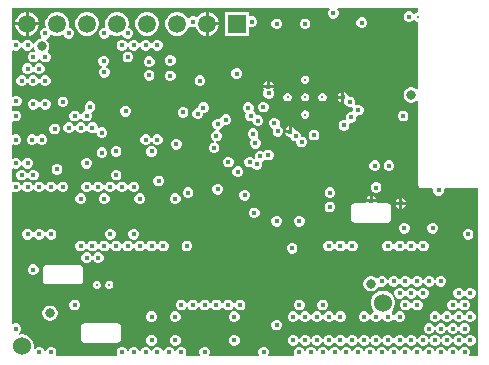
<source format=gbr>
%TF.GenerationSoftware,Altium Limited,Altium Designer,21.9.1 (22)*%
G04 Layer_Physical_Order=3*
G04 Layer_Color=6736896*
%FSLAX45Y45*%
%MOMM*%
%TF.SameCoordinates,430BEF64-33ED-46D9-BD69-C1E45A4CD6A6*%
%TF.FilePolarity,Positive*%
%TF.FileFunction,Copper,L3,Inr,Signal*%
%TF.Part,Single*%
G01*
G75*
%TA.AperFunction,ViaPad*%
%ADD49C,0.80000*%
%ADD50C,1.52400*%
%TA.AperFunction,ComponentPad*%
%ADD51C,1.50000*%
%ADD52R,1.50000X1.50000*%
%TA.AperFunction,ViaPad*%
%ADD53C,0.40000*%
%ADD54C,0.20000*%
%ADD55C,0.30000*%
G36*
X3468951Y2940400D02*
X3461813D01*
X3446964Y2934249D01*
X3441121Y2928406D01*
X3430186Y2926079D01*
X3425164Y2929042D01*
X3415717Y2938488D01*
X3399031Y2945400D01*
X3380969D01*
X3364283Y2938488D01*
X3351512Y2925717D01*
X3344600Y2909031D01*
Y2890969D01*
X3351512Y2874283D01*
X3364283Y2861512D01*
X3380969Y2854600D01*
X3399031D01*
X3415717Y2861512D01*
X3425164Y2870958D01*
X3430186Y2873921D01*
X3441121Y2871594D01*
X3446964Y2865751D01*
X3461813Y2859600D01*
X3468951D01*
Y2291499D01*
X3456251Y2286238D01*
X3450157Y2292333D01*
X3435244Y2300943D01*
X3418610Y2305400D01*
X3401390D01*
X3384757Y2300943D01*
X3369843Y2292333D01*
X3357667Y2280157D01*
X3349057Y2265244D01*
X3344600Y2248610D01*
Y2231390D01*
X3349057Y2214757D01*
X3357667Y2199843D01*
X3369843Y2187667D01*
X3384757Y2179057D01*
X3401390Y2174600D01*
X3418610D01*
X3435244Y2179057D01*
X3450157Y2187667D01*
X3456251Y2193762D01*
X3468951Y2188501D01*
Y1475000D01*
X3470923Y1465089D01*
X3476537Y1456687D01*
X3484938Y1451074D01*
X3494849Y1449102D01*
X3587870D01*
X3594600Y1439030D01*
Y1420969D01*
X3601512Y1404283D01*
X3614283Y1391512D01*
X3630969Y1384600D01*
X3649031D01*
X3665717Y1391512D01*
X3678488Y1404283D01*
X3685400Y1420969D01*
Y1439030D01*
X3692130Y1449102D01*
X3974104D01*
Y25896D01*
X3906697D01*
X3900278Y38597D01*
X3905403Y50971D01*
Y69032D01*
X3898492Y85718D01*
X3885720Y98490D01*
X3869034Y105401D01*
X3850973D01*
X3834286Y98490D01*
X3821515Y85718D01*
X3816877Y74520D01*
X3803130D01*
X3798492Y85718D01*
X3785720Y98490D01*
X3769034Y105401D01*
X3750973D01*
X3734286Y98490D01*
X3721515Y85718D01*
X3716876Y74520D01*
X3703130D01*
X3698492Y85718D01*
X3685720Y98490D01*
X3669034Y105401D01*
X3650973D01*
X3634286Y98490D01*
X3621515Y85718D01*
X3616876Y74520D01*
X3603130D01*
X3598492Y85718D01*
X3585720Y98490D01*
X3569034Y105401D01*
X3550973D01*
X3534286Y98490D01*
X3521515Y85718D01*
X3516876Y74520D01*
X3503130D01*
X3498492Y85718D01*
X3485720Y98490D01*
X3469034Y105401D01*
X3450973D01*
X3434286Y98490D01*
X3421515Y85718D01*
X3416876Y74520D01*
X3403130D01*
X3398492Y85718D01*
X3385720Y98490D01*
X3369034Y105401D01*
X3350972D01*
X3334286Y98490D01*
X3321515Y85718D01*
X3316876Y74520D01*
X3303130D01*
X3298491Y85718D01*
X3285720Y98490D01*
X3269034Y105401D01*
X3250972D01*
X3234286Y98490D01*
X3221515Y85718D01*
X3216876Y74520D01*
X3203130D01*
X3198491Y85718D01*
X3185720Y98490D01*
X3169034Y105401D01*
X3150972D01*
X3134286Y98490D01*
X3121515Y85718D01*
X3116876Y74520D01*
X3103130D01*
X3098491Y85718D01*
X3085720Y98490D01*
X3069034Y105401D01*
X3050972D01*
X3034286Y98490D01*
X3021515Y85718D01*
X3016876Y74520D01*
X3003130D01*
X2998491Y85718D01*
X2985720Y98490D01*
X2969034Y105401D01*
X2950972D01*
X2934286Y98490D01*
X2921515Y85718D01*
X2916876Y74520D01*
X2903130D01*
X2898491Y85718D01*
X2885720Y98490D01*
X2869034Y105401D01*
X2850972D01*
X2834286Y98490D01*
X2821515Y85718D01*
X2816876Y74520D01*
X2803130D01*
X2798491Y85718D01*
X2785720Y98490D01*
X2769034Y105401D01*
X2750972D01*
X2734286Y98490D01*
X2721514Y85718D01*
X2716876Y74520D01*
X2703130D01*
X2698491Y85718D01*
X2685720Y98490D01*
X2669034Y105401D01*
X2650972D01*
X2634286Y98490D01*
X2621514Y85718D01*
X2616876Y74520D01*
X2603130D01*
X2598491Y85718D01*
X2585720Y98490D01*
X2569033Y105401D01*
X2550972D01*
X2534286Y98490D01*
X2521514Y85718D01*
X2516876Y74520D01*
X2503130D01*
X2498491Y85718D01*
X2485720Y98490D01*
X2469033Y105401D01*
X2450972D01*
X2434286Y98490D01*
X2421514Y85718D01*
X2414603Y69032D01*
Y50971D01*
X2419728Y38597D01*
X2413309Y25896D01*
X2206696D01*
X2200277Y38597D01*
X2205402Y50971D01*
Y69032D01*
X2198491Y85718D01*
X2185720Y98490D01*
X2169033Y105401D01*
X2150972D01*
X2134286Y98490D01*
X2121514Y85718D01*
X2114603Y69032D01*
Y50971D01*
X2119728Y38597D01*
X2113309Y25896D01*
X1706696D01*
X1700277Y38597D01*
X1705402Y50971D01*
Y69032D01*
X1698491Y85718D01*
X1685719Y98490D01*
X1669033Y105401D01*
X1650972D01*
X1634285Y98490D01*
X1621514Y85718D01*
X1614602Y69032D01*
Y50971D01*
X1619728Y38597D01*
X1613308Y25896D01*
X1506696D01*
X1500277Y38597D01*
X1505402Y50971D01*
Y69032D01*
X1498491Y85718D01*
X1485719Y98490D01*
X1469033Y105401D01*
X1450971D01*
X1434285Y98490D01*
X1421514Y85718D01*
X1416875Y74520D01*
X1403129D01*
X1398490Y85718D01*
X1385719Y98490D01*
X1369033Y105401D01*
X1350971D01*
X1334285Y98490D01*
X1321514Y85718D01*
X1316875Y74520D01*
X1303129D01*
X1298490Y85718D01*
X1285719Y98490D01*
X1269033Y105401D01*
X1250971D01*
X1234285Y98490D01*
X1221514Y85718D01*
X1216875Y74520D01*
X1203129D01*
X1198490Y85718D01*
X1185719Y98490D01*
X1169033Y105401D01*
X1150971D01*
X1134285Y98490D01*
X1121514Y85718D01*
X1116875Y74520D01*
X1103129D01*
X1098490Y85718D01*
X1085719Y98490D01*
X1069033Y105401D01*
X1050971D01*
X1034285Y98490D01*
X1021514Y85718D01*
X1016875Y74520D01*
X1003129D01*
X998490Y85718D01*
X985719Y98490D01*
X969033Y105401D01*
X950971D01*
X934285Y98490D01*
X921514Y85718D01*
X914602Y69032D01*
Y50971D01*
X919727Y38597D01*
X913308Y25896D01*
X406695D01*
X400276Y38597D01*
X405402Y50971D01*
Y69032D01*
X398490Y85718D01*
X385719Y98490D01*
X369032Y105401D01*
X350971D01*
X334285Y98490D01*
X321513Y85718D01*
X316875Y74520D01*
X303128D01*
X298490Y85718D01*
X285719Y98490D01*
X269032Y105401D01*
X250971D01*
X234285Y98490D01*
X221513Y85719D01*
X210053Y90852D01*
X211600Y96624D01*
Y123376D01*
X204676Y149216D01*
X191300Y172384D01*
X172384Y191300D01*
X149216Y204676D01*
X123376Y211600D01*
X96624D01*
X90852Y210053D01*
X85719Y221513D01*
X98490Y234285D01*
X105401Y250971D01*
Y269032D01*
X98490Y285719D01*
X85718Y298490D01*
X69032Y305401D01*
X50971D01*
X38597Y300276D01*
X25896Y306695D01*
Y1413308D01*
X38597Y1419728D01*
X50971Y1414602D01*
X69032D01*
X85718Y1421514D01*
X98490Y1434285D01*
X103128Y1445484D01*
X116875D01*
X121513Y1434285D01*
X134284Y1421514D01*
X150971Y1414602D01*
X169032D01*
X185718Y1421514D01*
X198490Y1434285D01*
X203128Y1445484D01*
X216875D01*
X221513Y1434285D01*
X234285Y1421514D01*
X250971Y1414602D01*
X269032D01*
X285719Y1421514D01*
X298490Y1434285D01*
X303128Y1445484D01*
X316875D01*
X321513Y1434285D01*
X334285Y1421514D01*
X350971Y1414602D01*
X369032D01*
X385719Y1421514D01*
X398490Y1434285D01*
X403128Y1445484D01*
X416875D01*
X421513Y1434285D01*
X434285Y1421514D01*
X450971Y1414602D01*
X469032D01*
X485719Y1421514D01*
X498490Y1434285D01*
X505402Y1450971D01*
Y1469033D01*
X498490Y1485719D01*
X485719Y1498491D01*
X469032Y1505402D01*
X450971D01*
X434285Y1498491D01*
X421513Y1485719D01*
X416875Y1474521D01*
X403128D01*
X398490Y1485719D01*
X385719Y1498491D01*
X369032Y1505402D01*
X350971D01*
X334285Y1498491D01*
X321513Y1485719D01*
X316875Y1474521D01*
X303128D01*
X298490Y1485719D01*
X285719Y1498491D01*
X269032Y1505402D01*
X250971D01*
X234285Y1498491D01*
X221513Y1485719D01*
X216875Y1474521D01*
X203128D01*
X198490Y1485719D01*
X185718Y1498491D01*
X169032Y1505402D01*
X150971D01*
X134284Y1498491D01*
X121513Y1485719D01*
X116875Y1474521D01*
X103128D01*
X98490Y1485719D01*
X85718Y1498491D01*
X69032Y1505402D01*
X50971D01*
X38597Y1500277D01*
X25896Y1506696D01*
Y1613308D01*
X38597Y1619728D01*
X50971Y1614602D01*
X69032D01*
X85718Y1621514D01*
X98490Y1634285D01*
X103128Y1645484D01*
X116875D01*
X121513Y1634285D01*
X134284Y1621514D01*
X150971Y1614602D01*
X169032D01*
X185718Y1621514D01*
X198490Y1634285D01*
X205401Y1650972D01*
Y1669033D01*
X198490Y1685719D01*
X185718Y1698491D01*
X169032Y1705402D01*
X150971D01*
X134284Y1698491D01*
X121513Y1685719D01*
X116875Y1674521D01*
X103128D01*
X98490Y1685719D01*
X85718Y1698491D01*
X69032Y1705402D01*
X50971D01*
X38597Y1700277D01*
X25896Y1706696D01*
Y1813309D01*
X38597Y1819728D01*
X50971Y1814602D01*
X69032D01*
X85718Y1821514D01*
X98490Y1834285D01*
X105401Y1850972D01*
Y1869033D01*
X98490Y1885719D01*
X85718Y1898491D01*
X69032Y1905402D01*
X50971D01*
X38597Y1900277D01*
X25896Y1906696D01*
Y2013309D01*
X38597Y2019728D01*
X50971Y2014603D01*
X69032D01*
X85718Y2021514D01*
X98490Y2034285D01*
X105401Y2050972D01*
Y2069033D01*
X98490Y2085719D01*
X85718Y2098491D01*
X69032Y2105402D01*
X50971D01*
X38597Y2100277D01*
X25896Y2106696D01*
Y2143546D01*
X38596Y2148806D01*
X39716Y2147686D01*
X56402Y2140775D01*
X74464D01*
X91150Y2147686D01*
X103922Y2160458D01*
X110833Y2177144D01*
Y2195205D01*
X103922Y2211892D01*
X91150Y2224663D01*
X74464Y2231575D01*
X56402D01*
X39716Y2224663D01*
X38596Y2223543D01*
X25896Y2228804D01*
Y2613309D01*
X38597Y2619728D01*
X50971Y2614603D01*
X69032D01*
X85718Y2621514D01*
X98490Y2634286D01*
X103128Y2645484D01*
X116875D01*
X121513Y2634286D01*
X134284Y2621514D01*
X150971Y2614603D01*
X169032D01*
X185718Y2621514D01*
X198490Y2634286D01*
X200903Y2640113D01*
X213633Y2641122D01*
X214827Y2640541D01*
X219057Y2624756D01*
X223456Y2617136D01*
X222074Y2613469D01*
X215566Y2605403D01*
X200971D01*
X184284Y2598491D01*
X171513Y2585720D01*
X164601Y2569033D01*
Y2550972D01*
X171513Y2534286D01*
X184284Y2521514D01*
X200971Y2514603D01*
X219032D01*
X235718Y2521514D01*
X248490Y2534286D01*
X253128Y2545484D01*
X266874D01*
X271513Y2534286D01*
X284284Y2521514D01*
X300971Y2514603D01*
X319032D01*
X335718Y2521514D01*
X348490Y2534286D01*
X355401Y2550972D01*
Y2569033D01*
X348490Y2585720D01*
X335719Y2598491D01*
X334102Y2612907D01*
X340943Y2624756D01*
X345400Y2641390D01*
Y2658610D01*
X340943Y2675244D01*
X332333Y2690157D01*
X320157Y2702333D01*
X320121Y2702354D01*
X319832Y2705605D01*
X322102Y2715874D01*
X335718Y2721514D01*
X348490Y2734286D01*
X352043Y2742864D01*
X367135Y2748816D01*
X371247Y2746442D01*
X396782Y2739600D01*
X423218D01*
X448753Y2746442D01*
X452868Y2748818D01*
X467959Y2742866D01*
X471513Y2734286D01*
X484285Y2721514D01*
X500971Y2714603D01*
X519032D01*
X535719Y2721514D01*
X548490Y2734286D01*
X555401Y2750972D01*
Y2769034D01*
X548490Y2785720D01*
X535719Y2798491D01*
X519032Y2805403D01*
X515103D01*
X507371Y2815478D01*
X510400Y2826782D01*
Y2853218D01*
X503558Y2878753D01*
X490340Y2901647D01*
X471647Y2920340D01*
X448753Y2933558D01*
X423218Y2940400D01*
X396782D01*
X371247Y2933558D01*
X348353Y2920340D01*
X329660Y2901647D01*
X316442Y2878753D01*
X309600Y2853218D01*
Y2826782D01*
X312629Y2815478D01*
X304897Y2805403D01*
X300971D01*
X284284Y2798491D01*
X271513Y2785720D01*
X264601Y2769034D01*
Y2750972D01*
X271513Y2734286D01*
X277699Y2728100D01*
X272438Y2715400D01*
X271390D01*
X254756Y2710943D01*
X239843Y2702333D01*
X227667Y2690157D01*
X219057Y2675244D01*
X217671Y2670072D01*
X210578Y2669472D01*
X204699Y2670729D01*
X198490Y2685720D01*
X185718Y2698491D01*
X169032Y2705403D01*
X150971D01*
X134284Y2698491D01*
X121513Y2685720D01*
X116875Y2674521D01*
X103128D01*
X98490Y2685720D01*
X85718Y2698491D01*
X69032Y2705403D01*
X50971D01*
X38597Y2700277D01*
X25896Y2706697D01*
Y2974104D01*
X2711938D01*
X2717199Y2961404D01*
X2711512Y2955717D01*
X2704600Y2939031D01*
Y2920969D01*
X2711512Y2904283D01*
X2724283Y2891512D01*
X2740969Y2884600D01*
X2759031D01*
X2775717Y2891512D01*
X2788488Y2904283D01*
X2795400Y2920969D01*
Y2939031D01*
X2788488Y2955717D01*
X2782802Y2961404D01*
X2788062Y2974104D01*
X3468951D01*
Y2940400D01*
D02*
G37*
%LPC*%
G36*
X1667300Y2940400D02*
X1666782D01*
X1641247Y2933558D01*
X1618353Y2920340D01*
X1599660Y2901647D01*
X1598618Y2899842D01*
X1586026Y2898184D01*
X1585719Y2898491D01*
X1569033Y2905403D01*
X1550971D01*
X1534285Y2898491D01*
X1527021Y2891227D01*
X1511622Y2892499D01*
X1506340Y2901647D01*
X1487647Y2920340D01*
X1464753Y2933558D01*
X1439218Y2940400D01*
X1412782D01*
X1387247Y2933558D01*
X1364353Y2920340D01*
X1345660Y2901647D01*
X1332442Y2878753D01*
X1325600Y2853218D01*
Y2826782D01*
X1332442Y2801247D01*
X1345660Y2778353D01*
X1364353Y2759660D01*
X1387247Y2746442D01*
X1412782Y2739600D01*
X1439218D01*
X1464753Y2746442D01*
X1487647Y2759660D01*
X1506340Y2778353D01*
X1519558Y2801247D01*
X1523157Y2814681D01*
X1526332Y2816631D01*
X1537752Y2820079D01*
X1550971Y2814603D01*
X1569033D01*
X1572584Y2816074D01*
X1583974Y2810457D01*
X1586442Y2801247D01*
X1599660Y2778353D01*
X1618353Y2759660D01*
X1641247Y2746442D01*
X1666782Y2739600D01*
X1667300D01*
Y2840000D01*
Y2940400D01*
D02*
G37*
G36*
X169218D02*
X168700D01*
Y2852700D01*
X256400D01*
Y2853218D01*
X249558Y2878753D01*
X236340Y2901647D01*
X217647Y2920340D01*
X194753Y2933558D01*
X169218Y2940400D01*
D02*
G37*
G36*
X1693218D02*
X1692700D01*
Y2852700D01*
X1780400D01*
Y2853218D01*
X1773558Y2878753D01*
X1760340Y2901647D01*
X1741647Y2920340D01*
X1718753Y2933558D01*
X1693218Y2940400D01*
D02*
G37*
G36*
X143300D02*
X142782D01*
X117247Y2933558D01*
X94353Y2920340D01*
X75660Y2901647D01*
X62442Y2878753D01*
X55600Y2853218D01*
Y2852700D01*
X143300D01*
Y2940400D01*
D02*
G37*
G36*
X2034400D02*
X1833600D01*
Y2739600D01*
X2034400D01*
Y2810037D01*
X2044960Y2817093D01*
X2050972Y2814603D01*
X2069033D01*
X2085719Y2821515D01*
X2098491Y2834286D01*
X2105402Y2850972D01*
Y2869034D01*
X2098491Y2885720D01*
X2085719Y2898491D01*
X2069033Y2905403D01*
X2050972D01*
X2044960Y2902913D01*
X2034400Y2909969D01*
Y2940400D01*
D02*
G37*
G36*
X2999031Y2895400D02*
X2980969D01*
X2964283Y2888488D01*
X2951512Y2875717D01*
X2944600Y2859031D01*
Y2840969D01*
X2951512Y2824283D01*
X2964283Y2811512D01*
X2980969Y2804600D01*
X2999031D01*
X3015717Y2811512D01*
X3028488Y2824283D01*
X3035400Y2840969D01*
Y2859031D01*
X3028488Y2875717D01*
X3015717Y2888488D01*
X2999031Y2895400D01*
D02*
G37*
G36*
X2519031Y2885400D02*
X2500969D01*
X2484283Y2878488D01*
X2471512Y2865717D01*
X2464600Y2849031D01*
Y2830969D01*
X2471512Y2814283D01*
X2484283Y2801512D01*
X2500969Y2794600D01*
X2519031D01*
X2535717Y2801512D01*
X2548488Y2814283D01*
X2555400Y2830969D01*
Y2849031D01*
X2548488Y2865717D01*
X2535717Y2878488D01*
X2519031Y2885400D01*
D02*
G37*
G36*
X2279031D02*
X2260969D01*
X2244283Y2878488D01*
X2231512Y2865717D01*
X2224600Y2849031D01*
Y2830969D01*
X2231512Y2814283D01*
X2244283Y2801512D01*
X2260969Y2794600D01*
X2279031D01*
X2295717Y2801512D01*
X2308488Y2814283D01*
X2315400Y2830969D01*
Y2849031D01*
X2308488Y2865717D01*
X2295717Y2878488D01*
X2279031Y2885400D01*
D02*
G37*
G36*
X1780400Y2827300D02*
X1692700D01*
Y2739600D01*
X1693218D01*
X1718753Y2746442D01*
X1741647Y2759660D01*
X1760340Y2778353D01*
X1773558Y2801247D01*
X1780400Y2826782D01*
Y2827300D01*
D02*
G37*
G36*
X1185218Y2940400D02*
X1158782D01*
X1133247Y2933558D01*
X1110353Y2920340D01*
X1091660Y2901647D01*
X1078442Y2878753D01*
X1071600Y2853218D01*
Y2826782D01*
X1078442Y2801247D01*
X1091660Y2778353D01*
X1110353Y2759660D01*
X1133247Y2746442D01*
X1158782Y2739600D01*
X1185218D01*
X1210753Y2746442D01*
X1233647Y2759660D01*
X1252340Y2778353D01*
X1265558Y2801247D01*
X1272400Y2826782D01*
Y2853218D01*
X1265558Y2878753D01*
X1252340Y2901647D01*
X1233647Y2920340D01*
X1210753Y2933558D01*
X1185218Y2940400D01*
D02*
G37*
G36*
X677218D02*
X650782D01*
X625247Y2933558D01*
X602353Y2920340D01*
X583660Y2901647D01*
X570442Y2878753D01*
X563600Y2853218D01*
Y2826782D01*
X570442Y2801247D01*
X583660Y2778353D01*
X602353Y2759660D01*
X625247Y2746442D01*
X650782Y2739600D01*
X677218D01*
X702753Y2746442D01*
X725647Y2759660D01*
X744340Y2778353D01*
X757558Y2801247D01*
X764400Y2826782D01*
Y2853218D01*
X757558Y2878753D01*
X744340Y2901647D01*
X725647Y2920340D01*
X702753Y2933558D01*
X677218Y2940400D01*
D02*
G37*
G36*
X256400Y2827300D02*
X168700D01*
Y2739600D01*
X169218D01*
X194753Y2746442D01*
X217647Y2759660D01*
X236340Y2778353D01*
X249558Y2801247D01*
X256400Y2826782D01*
Y2827300D01*
D02*
G37*
G36*
X143300D02*
X55600D01*
Y2826782D01*
X62442Y2801247D01*
X75660Y2778353D01*
X94353Y2759660D01*
X117247Y2746442D01*
X142782Y2739600D01*
X143300D01*
Y2827300D01*
D02*
G37*
G36*
X931218Y2940400D02*
X904782D01*
X879247Y2933558D01*
X856353Y2920340D01*
X837660Y2901647D01*
X824442Y2878753D01*
X817600Y2853218D01*
Y2826782D01*
X820037Y2817687D01*
X810180Y2805403D01*
X800971D01*
X784285Y2798491D01*
X771513Y2785720D01*
X764602Y2769034D01*
Y2750972D01*
X771513Y2734286D01*
X784285Y2721514D01*
X800971Y2714603D01*
X819032D01*
X835719Y2721514D01*
X848490Y2734286D01*
X853587Y2746592D01*
X865155Y2752435D01*
X868102Y2752877D01*
X879247Y2746442D01*
X904782Y2739600D01*
X931218D01*
X954075Y2745725D01*
X956753Y2746442D01*
X969503Y2739139D01*
X971513Y2734286D01*
X984285Y2721514D01*
X1000971Y2714603D01*
X1019033D01*
X1035719Y2721514D01*
X1048490Y2734286D01*
X1055402Y2750972D01*
Y2769034D01*
X1048490Y2785720D01*
X1035719Y2798491D01*
X1019033Y2805403D01*
X1014318Y2811547D01*
X1018400Y2826782D01*
Y2853218D01*
X1011558Y2878753D01*
X998340Y2901647D01*
X979647Y2920340D01*
X956753Y2933558D01*
X931218Y2940400D01*
D02*
G37*
G36*
X1269033Y2705403D02*
X1250971D01*
X1234285Y2698491D01*
X1221514Y2685720D01*
X1216875Y2674521D01*
X1203129D01*
X1198490Y2685720D01*
X1185719Y2698491D01*
X1169033Y2705403D01*
X1150971D01*
X1134285Y2698491D01*
X1121514Y2685720D01*
X1116875Y2674521D01*
X1103129D01*
X1098490Y2685720D01*
X1085719Y2698491D01*
X1069033Y2705403D01*
X1050971D01*
X1034285Y2698491D01*
X1021514Y2685720D01*
X1016875Y2674521D01*
X1003129D01*
X998490Y2685720D01*
X985719Y2698491D01*
X969033Y2705403D01*
X950971D01*
X934285Y2698491D01*
X921514Y2685720D01*
X914602Y2669034D01*
Y2650972D01*
X921514Y2634286D01*
X934285Y2621514D01*
X950971Y2614603D01*
X969033D01*
X985719Y2621514D01*
X998490Y2634286D01*
X1003129Y2645484D01*
X1016875D01*
X1021514Y2634286D01*
X1034285Y2621514D01*
X1050971Y2614603D01*
X1069033D01*
X1085719Y2621514D01*
X1098490Y2634286D01*
X1103129Y2645484D01*
X1116875D01*
X1121514Y2634286D01*
X1134285Y2621514D01*
X1150971Y2614603D01*
X1169033D01*
X1185719Y2621514D01*
X1198490Y2634286D01*
X1203129Y2645484D01*
X1216875D01*
X1221514Y2634286D01*
X1234285Y2621514D01*
X1250971Y2614603D01*
X1269033D01*
X1285719Y2621514D01*
X1298490Y2634286D01*
X1305402Y2650972D01*
Y2669034D01*
X1298490Y2685720D01*
X1285719Y2698491D01*
X1269033Y2705403D01*
D02*
G37*
G36*
X1019033Y2605403D02*
X1000971D01*
X984285Y2598491D01*
X971513Y2585720D01*
X964602Y2569033D01*
Y2550972D01*
X971513Y2534286D01*
X984285Y2521514D01*
X1000971Y2514603D01*
X1019033D01*
X1035719Y2521514D01*
X1048490Y2534286D01*
X1055402Y2550972D01*
Y2569033D01*
X1048490Y2585720D01*
X1035719Y2598491D01*
X1019033Y2605403D01*
D02*
G37*
G36*
X1379031Y2575400D02*
X1360969D01*
X1344283Y2568488D01*
X1331512Y2555717D01*
X1324600Y2539031D01*
Y2520969D01*
X1331512Y2504283D01*
X1344283Y2491512D01*
X1360969Y2484600D01*
X1379031D01*
X1395717Y2491512D01*
X1408488Y2504283D01*
X1415400Y2520969D01*
Y2539031D01*
X1408488Y2555717D01*
X1395717Y2568488D01*
X1379031Y2575400D01*
D02*
G37*
G36*
X1199031Y2565400D02*
X1180969D01*
X1164283Y2558488D01*
X1151512Y2545717D01*
X1144600Y2529031D01*
Y2510969D01*
X1151512Y2494283D01*
X1164283Y2481512D01*
X1180969Y2474600D01*
X1199031D01*
X1215717Y2481512D01*
X1228488Y2494283D01*
X1235400Y2510969D01*
Y2529031D01*
X1228488Y2545717D01*
X1215717Y2558488D01*
X1199031Y2565400D01*
D02*
G37*
G36*
X269032Y2505403D02*
X250971D01*
X234285Y2498491D01*
X221513Y2485720D01*
X216875Y2474521D01*
X203128D01*
X198490Y2485720D01*
X185718Y2498491D01*
X169032Y2505403D01*
X150971D01*
X134284Y2498491D01*
X121513Y2485720D01*
X114601Y2469033D01*
Y2450972D01*
X121513Y2434286D01*
X134284Y2421514D01*
X150971Y2414603D01*
X169032D01*
X185718Y2421514D01*
X198490Y2434286D01*
X203128Y2445484D01*
X216875D01*
X221513Y2434286D01*
X234285Y2421514D01*
X250971Y2414603D01*
X269032D01*
X285719Y2421514D01*
X298490Y2434286D01*
X305401Y2450972D01*
Y2469033D01*
X298490Y2485720D01*
X285719Y2498491D01*
X269032Y2505403D01*
D02*
G37*
G36*
X815209Y2570891D02*
X797148D01*
X780461Y2563980D01*
X767690Y2551208D01*
X760779Y2534522D01*
Y2516461D01*
X767690Y2499774D01*
X780461Y2487003D01*
X788128Y2483827D01*
Y2470081D01*
X784283Y2468488D01*
X771512Y2455717D01*
X764600Y2439031D01*
Y2420969D01*
X771512Y2404283D01*
X784283Y2391512D01*
X800969Y2384600D01*
X819031D01*
X835717Y2391512D01*
X848488Y2404283D01*
X855400Y2420969D01*
Y2439031D01*
X848488Y2455717D01*
X835717Y2468488D01*
X828050Y2471664D01*
Y2485410D01*
X831895Y2487003D01*
X844667Y2499774D01*
X851578Y2516461D01*
Y2534522D01*
X844667Y2551208D01*
X831895Y2563980D01*
X815209Y2570891D01*
D02*
G37*
G36*
X1939031Y2465400D02*
X1920969D01*
X1904283Y2458488D01*
X1891512Y2445717D01*
X1884600Y2429031D01*
Y2410969D01*
X1891512Y2394283D01*
X1904283Y2381512D01*
X1920969Y2374600D01*
X1939031D01*
X1955717Y2381512D01*
X1968488Y2394283D01*
X1975400Y2410969D01*
Y2429031D01*
X1968488Y2445717D01*
X1955717Y2458488D01*
X1939031Y2465400D01*
D02*
G37*
G36*
X319032Y2405403D02*
X300971D01*
X284284Y2398491D01*
X271513Y2385720D01*
X266874Y2374521D01*
X253128D01*
X248490Y2385720D01*
X235718Y2398491D01*
X219032Y2405403D01*
X200971D01*
X184284Y2398491D01*
X171513Y2385720D01*
X166874Y2374521D01*
X153128D01*
X148490Y2385720D01*
X135718Y2398491D01*
X119032Y2405403D01*
X100971D01*
X84284Y2398491D01*
X71513Y2385720D01*
X64601Y2369033D01*
Y2350972D01*
X71513Y2334286D01*
X84284Y2321514D01*
X100971Y2314603D01*
X119032D01*
X135718Y2321514D01*
X148490Y2334286D01*
X153128Y2345484D01*
X166874D01*
X171513Y2334286D01*
X184284Y2321514D01*
X200971Y2314603D01*
X219032D01*
X235718Y2321514D01*
X248490Y2334286D01*
X253128Y2345484D01*
X266874D01*
X271513Y2334286D01*
X284284Y2321514D01*
X300971Y2314603D01*
X319032D01*
X335718Y2321514D01*
X348490Y2334286D01*
X355401Y2350972D01*
Y2369033D01*
X348490Y2385720D01*
X335718Y2398491D01*
X319032Y2405403D01*
D02*
G37*
G36*
X1198605Y2450400D02*
X1180544D01*
X1163858Y2443488D01*
X1151086Y2430717D01*
X1144175Y2414030D01*
Y2395969D01*
X1151086Y2379283D01*
X1163858Y2366511D01*
X1180544Y2359600D01*
X1198605D01*
X1215292Y2366511D01*
X1228063Y2379283D01*
X1234975Y2395969D01*
Y2414030D01*
X1228063Y2430717D01*
X1215292Y2443488D01*
X1198605Y2450400D01*
D02*
G37*
G36*
X1379031Y2445400D02*
X1360969D01*
X1344283Y2438488D01*
X1331512Y2425717D01*
X1324600Y2409031D01*
Y2390969D01*
X1331512Y2374283D01*
X1344283Y2361512D01*
X1360969Y2354600D01*
X1379031D01*
X1395717Y2361512D01*
X1408488Y2374283D01*
X1415400Y2390969D01*
Y2409031D01*
X1408488Y2425717D01*
X1395717Y2438488D01*
X1379031Y2445400D01*
D02*
G37*
G36*
X2517041Y2402900D02*
X2502959D01*
X2489948Y2397511D01*
X2479989Y2387553D01*
X2474600Y2374541D01*
Y2360459D01*
X2479989Y2347447D01*
X2489948Y2337489D01*
X2502959Y2332100D01*
X2517041D01*
X2530053Y2337489D01*
X2540011Y2347447D01*
X2545400Y2360459D01*
Y2374541D01*
X2540011Y2387553D01*
X2530053Y2397511D01*
X2517041Y2402900D01*
D02*
G37*
G36*
X2212700Y2353880D02*
Y2322700D01*
X2243880D01*
X2238488Y2335717D01*
X2225717Y2348488D01*
X2212700Y2353880D01*
D02*
G37*
G36*
X2187300D02*
X2174283Y2348488D01*
X2161512Y2335717D01*
X2156120Y2322700D01*
X2187300D01*
Y2353880D01*
D02*
G37*
G36*
X1629031Y2405400D02*
X1610969D01*
X1594283Y2398488D01*
X1581512Y2385717D01*
X1574600Y2369031D01*
Y2350969D01*
X1581512Y2334283D01*
X1594283Y2321512D01*
X1610969Y2314600D01*
X1629031D01*
X1645717Y2321512D01*
X1658488Y2334283D01*
X1665400Y2350969D01*
Y2369031D01*
X1658488Y2385717D01*
X1645717Y2398488D01*
X1629031Y2405400D01*
D02*
G37*
G36*
X2817300Y2263880D02*
X2804283Y2258488D01*
X2791512Y2245717D01*
X2786120Y2232700D01*
X2817300D01*
Y2263880D01*
D02*
G37*
G36*
X2243880Y2297300D02*
X2156120D01*
X2161512Y2284283D01*
X2165794Y2280000D01*
X2162594Y2276800D01*
X2155683Y2260114D01*
Y2242052D01*
X2162594Y2225366D01*
X2175366Y2212595D01*
X2192052Y2205683D01*
X2210113D01*
X2226800Y2212595D01*
X2239571Y2225366D01*
X2246483Y2242052D01*
Y2260114D01*
X2239571Y2276800D01*
X2235288Y2281083D01*
X2238488Y2284283D01*
X2243880Y2297300D01*
D02*
G37*
G36*
X2664542Y2255400D02*
X2650459D01*
X2637448Y2250010D01*
X2627490Y2240052D01*
X2622100Y2227041D01*
Y2212958D01*
X2627490Y2199947D01*
X2637448Y2189989D01*
X2650459Y2184600D01*
X2664542D01*
X2677553Y2189989D01*
X2687511Y2199947D01*
X2692900Y2212958D01*
Y2227041D01*
X2687511Y2240052D01*
X2677553Y2250010D01*
X2664542Y2255400D01*
D02*
G37*
G36*
X2517041D02*
X2502959D01*
X2489948Y2250010D01*
X2479989Y2240052D01*
X2474600Y2227041D01*
Y2212958D01*
X2479989Y2199947D01*
X2489948Y2189989D01*
X2502959Y2184600D01*
X2517041D01*
X2530053Y2189989D01*
X2540011Y2199947D01*
X2545400Y2212958D01*
Y2227041D01*
X2540011Y2240052D01*
X2530053Y2250010D01*
X2517041Y2255400D01*
D02*
G37*
G36*
X2369541D02*
X2355459D01*
X2342447Y2250010D01*
X2332489Y2240052D01*
X2327100Y2227041D01*
Y2212958D01*
X2332489Y2199947D01*
X2342447Y2189989D01*
X2355459Y2184600D01*
X2369541D01*
X2382553Y2189989D01*
X2392511Y2199947D01*
X2397900Y2212958D01*
Y2227041D01*
X2392511Y2240052D01*
X2382553Y2250010D01*
X2369541Y2255400D01*
D02*
G37*
G36*
X2817300Y2207300D02*
X2786120D01*
X2791512Y2194283D01*
X2804283Y2181512D01*
X2817300Y2176120D01*
Y2207300D01*
D02*
G37*
G36*
X319032Y2205402D02*
X300971D01*
X284284Y2198491D01*
X271513Y2185720D01*
X266874Y2174521D01*
X253128D01*
X248490Y2185720D01*
X235718Y2198491D01*
X219032Y2205402D01*
X200971D01*
X184284Y2198491D01*
X171513Y2185720D01*
X164601Y2169033D01*
Y2150972D01*
X171513Y2134286D01*
X184284Y2121514D01*
X200971Y2114603D01*
X219032D01*
X235718Y2121514D01*
X248490Y2134286D01*
X253128Y2145484D01*
X266874D01*
X271513Y2134286D01*
X284284Y2121514D01*
X300971Y2114603D01*
X319032D01*
X335718Y2121514D01*
X348490Y2134286D01*
X355401Y2150972D01*
Y2169033D01*
X348490Y2185720D01*
X335718Y2198491D01*
X319032Y2205402D01*
D02*
G37*
G36*
X469031Y2225400D02*
X450969D01*
X434283Y2218488D01*
X421512Y2205717D01*
X414600Y2189031D01*
Y2170969D01*
X421512Y2154283D01*
X434283Y2141512D01*
X450969Y2134600D01*
X469031D01*
X485717Y2141512D01*
X498488Y2154283D01*
X505400Y2170969D01*
Y2189031D01*
X498488Y2205717D01*
X485717Y2218488D01*
X469031Y2225400D01*
D02*
G37*
G36*
X2164951Y2180825D02*
X2146889D01*
X2130203Y2173913D01*
X2117432Y2161142D01*
X2110520Y2144455D01*
Y2126394D01*
X2117432Y2109708D01*
X2130203Y2096936D01*
X2146889Y2090025D01*
X2164951D01*
X2181637Y2096936D01*
X2194408Y2109708D01*
X2201320Y2126394D01*
Y2144455D01*
X2194408Y2161142D01*
X2181637Y2173913D01*
X2164951Y2180825D01*
D02*
G37*
G36*
X699031Y2185400D02*
X680969D01*
X664283Y2178488D01*
X651512Y2165717D01*
X644600Y2149031D01*
Y2130969D01*
X650082Y2117734D01*
X650462Y2112467D01*
X644933Y2102901D01*
X634285Y2098491D01*
X621513Y2085719D01*
X616875Y2074521D01*
X603129D01*
X598490Y2085719D01*
X585719Y2098491D01*
X569032Y2105402D01*
X550971D01*
X534285Y2098491D01*
X521513Y2085719D01*
X514602Y2069033D01*
Y2050972D01*
X521513Y2034285D01*
X534285Y2021514D01*
X550971Y2014603D01*
X569032D01*
X585719Y2021514D01*
X598490Y2034285D01*
X603129Y2045484D01*
X616875D01*
X621513Y2034285D01*
X634285Y2021514D01*
X650971Y2014603D01*
X669032D01*
X685719Y2021514D01*
X698490Y2034285D01*
X705402Y2050972D01*
Y2069033D01*
X699920Y2082268D01*
X699540Y2087536D01*
X705069Y2097101D01*
X715717Y2101512D01*
X728488Y2114283D01*
X735400Y2130969D01*
Y2149031D01*
X728488Y2165717D01*
X715717Y2178488D01*
X699031Y2185400D01*
D02*
G37*
G36*
X999031Y2145400D02*
X980969D01*
X964283Y2138488D01*
X951512Y2125717D01*
X944600Y2109031D01*
Y2090969D01*
X951512Y2074283D01*
X964283Y2061512D01*
X980969Y2054600D01*
X999031D01*
X1015717Y2061512D01*
X1028488Y2074283D01*
X1035400Y2090969D01*
Y2109031D01*
X1028488Y2125717D01*
X1015717Y2138488D01*
X999031Y2145400D01*
D02*
G37*
G36*
X1486531Y2135400D02*
X1468469D01*
X1451783Y2128488D01*
X1439012Y2115717D01*
X1432100Y2099031D01*
Y2080969D01*
X1439012Y2064283D01*
X1451783Y2051512D01*
X1468469Y2044600D01*
X1486531D01*
X1503217Y2051512D01*
X1515988Y2064283D01*
X1522900Y2080969D01*
Y2099031D01*
X1515988Y2115717D01*
X1503217Y2128488D01*
X1486531Y2135400D01*
D02*
G37*
G36*
X2517041Y2107900D02*
X2502959D01*
X2489948Y2102510D01*
X2479989Y2092552D01*
X2474600Y2079541D01*
Y2065458D01*
X2479989Y2052447D01*
X2489948Y2042489D01*
X2502959Y2037100D01*
X2517041D01*
X2530053Y2042489D01*
X2540011Y2052447D01*
X2545400Y2065458D01*
Y2079541D01*
X2540011Y2092552D01*
X2530053Y2102510D01*
X2517041Y2107900D01*
D02*
G37*
G36*
X1659031Y2175400D02*
X1640969D01*
X1624283Y2168488D01*
X1611512Y2155717D01*
X1604600Y2139031D01*
Y2125400D01*
X1590969D01*
X1574283Y2118488D01*
X1561512Y2105717D01*
X1554600Y2089031D01*
Y2070969D01*
X1561512Y2054283D01*
X1574283Y2041512D01*
X1590969Y2034600D01*
X1609031D01*
X1625717Y2041512D01*
X1638488Y2054283D01*
X1645400Y2070969D01*
Y2084600D01*
X1659031D01*
X1675717Y2091512D01*
X1688488Y2104283D01*
X1695400Y2120969D01*
Y2139031D01*
X1688488Y2155717D01*
X1675717Y2168488D01*
X1659031Y2175400D01*
D02*
G37*
G36*
X1849031Y2075400D02*
X1830969D01*
X1814283Y2068488D01*
X1801512Y2055717D01*
X1795896Y2042161D01*
X1783480Y2033557D01*
X1779031Y2035400D01*
X1760969D01*
X1744283Y2028488D01*
X1731512Y2015717D01*
X1724600Y1999031D01*
Y1980969D01*
X1731512Y1964283D01*
X1744283Y1951512D01*
X1752520Y1948100D01*
X1751176Y1937094D01*
X1750481Y1935198D01*
X1734283Y1928488D01*
X1721512Y1915717D01*
X1714600Y1899031D01*
Y1880969D01*
X1721512Y1864283D01*
X1734283Y1851512D01*
X1742520Y1848100D01*
X1739993Y1835400D01*
X1730969D01*
X1714283Y1828488D01*
X1701512Y1815717D01*
X1694600Y1799031D01*
Y1780969D01*
X1701512Y1764283D01*
X1714283Y1751512D01*
X1730969Y1744600D01*
X1749031D01*
X1765717Y1751512D01*
X1778488Y1764283D01*
X1785400Y1780969D01*
Y1799031D01*
X1778488Y1815717D01*
X1765717Y1828488D01*
X1757480Y1831900D01*
X1760007Y1844600D01*
X1769031D01*
X1785717Y1851512D01*
X1798488Y1864283D01*
X1805400Y1880969D01*
Y1899031D01*
X1798488Y1915717D01*
X1785717Y1928488D01*
X1777480Y1931900D01*
X1778824Y1942906D01*
X1779519Y1944802D01*
X1795717Y1951512D01*
X1808488Y1964283D01*
X1814104Y1977839D01*
X1826520Y1986443D01*
X1830969Y1984600D01*
X1849031D01*
X1865717Y1991512D01*
X1878488Y2004283D01*
X1885400Y2020969D01*
Y2039031D01*
X1878488Y2055717D01*
X1865717Y2068488D01*
X1849031Y2075400D01*
D02*
G37*
G36*
X3349031Y2105400D02*
X3330969D01*
X3314283Y2098488D01*
X3301512Y2085717D01*
X3294600Y2069031D01*
Y2050969D01*
X3301512Y2034283D01*
X3314283Y2021512D01*
X3330969Y2014600D01*
X3349031D01*
X3365717Y2021512D01*
X3378488Y2034283D01*
X3385400Y2050969D01*
Y2069031D01*
X3378488Y2085717D01*
X3365717Y2098488D01*
X3349031Y2105400D01*
D02*
G37*
G36*
X2039031Y2175400D02*
X2020969D01*
X2004283Y2168488D01*
X1991512Y2155717D01*
X1984600Y2139031D01*
Y2120969D01*
X1991512Y2104283D01*
X2004283Y2091512D01*
X2010904Y2088769D01*
X2011512Y2085717D01*
X2004600Y2069031D01*
Y2050969D01*
X2011512Y2034283D01*
X2024283Y2021512D01*
X2040969Y2014600D01*
X2059030D01*
X2067361Y2004304D01*
X2071512Y1994283D01*
X2084283Y1981512D01*
X2100969Y1974600D01*
X2119031D01*
X2135717Y1981512D01*
X2148488Y1994283D01*
X2155400Y2010969D01*
Y2029031D01*
X2148488Y2045717D01*
X2135717Y2058488D01*
X2119031Y2065400D01*
X2100970D01*
X2092639Y2075696D01*
X2088488Y2085717D01*
X2075717Y2098488D01*
X2069096Y2101231D01*
X2068488Y2104283D01*
X2075400Y2120969D01*
Y2139031D01*
X2068488Y2155717D01*
X2055717Y2168488D01*
X2039031Y2175400D01*
D02*
G37*
G36*
X719032Y2005402D02*
X700971D01*
X684285Y1998491D01*
X671513Y1985719D01*
X666875Y1974521D01*
X653128D01*
X648490Y1985719D01*
X635719Y1998491D01*
X619032Y2005402D01*
X600971D01*
X584285Y1998491D01*
X571513Y1985719D01*
X566875Y1974521D01*
X553128D01*
X548490Y1985719D01*
X535719Y1998491D01*
X519032Y2005402D01*
X500971D01*
X484285Y1998491D01*
X471513Y1985719D01*
X464602Y1969033D01*
Y1950972D01*
X471513Y1934285D01*
X484285Y1921514D01*
X500971Y1914602D01*
X519032D01*
X535719Y1921514D01*
X548490Y1934285D01*
X553128Y1945484D01*
X566875D01*
X571513Y1934285D01*
X584285Y1921514D01*
X600971Y1914602D01*
X619032D01*
X635719Y1921514D01*
X648490Y1934285D01*
X653128Y1945484D01*
X666875D01*
X671513Y1934285D01*
X684285Y1921514D01*
X700971Y1914602D01*
X719032D01*
X731900Y1919932D01*
X742144Y1914988D01*
X744600Y1912493D01*
Y1910969D01*
X751512Y1894283D01*
X764283Y1881512D01*
X780969Y1874600D01*
X799031D01*
X815717Y1881512D01*
X828488Y1894283D01*
X835400Y1910969D01*
Y1929031D01*
X828488Y1945717D01*
X815717Y1958488D01*
X799031Y1965400D01*
X780969D01*
X768102Y1960070D01*
X757858Y1965015D01*
X755402Y1967510D01*
Y1969033D01*
X748490Y1985719D01*
X735719Y1998491D01*
X719032Y2005402D01*
D02*
G37*
G36*
X2372102Y1972640D02*
X2359085Y1967249D01*
X2346314Y1954477D01*
X2340922Y1941460D01*
X2372102D01*
Y1972640D01*
D02*
G37*
G36*
X2842700Y2263880D02*
Y2220000D01*
Y2170065D01*
X2847361Y2164304D01*
X2851512Y2154283D01*
X2864283Y2141512D01*
X2880969Y2134600D01*
X2899031D01*
X2909016Y2138736D01*
X2918736Y2129016D01*
X2914600Y2119031D01*
Y2106840D01*
X2910854Y2099146D01*
X2903160Y2095400D01*
X2890969D01*
X2874283Y2088488D01*
X2861512Y2075717D01*
X2854600Y2059031D01*
Y2040969D01*
X2856665Y2035984D01*
X2852704Y2030494D01*
X2847302Y2025400D01*
X2830969D01*
X2814283Y2018488D01*
X2801512Y2005717D01*
X2794600Y1989031D01*
Y1970969D01*
X2801512Y1954283D01*
X2814283Y1941512D01*
X2830969Y1934600D01*
X2849031D01*
X2865717Y1941512D01*
X2878488Y1954283D01*
X2885400Y1970969D01*
Y1989031D01*
X2883335Y1994016D01*
X2887296Y1999507D01*
X2892698Y2004600D01*
X2909031D01*
X2925717Y2011512D01*
X2938488Y2024283D01*
X2945400Y2040969D01*
Y2053160D01*
X2949146Y2060854D01*
X2956840Y2064600D01*
X2969031D01*
X2985717Y2071512D01*
X2998488Y2084283D01*
X3005400Y2100969D01*
Y2119031D01*
X2998488Y2135717D01*
X2985717Y2148488D01*
X2969031Y2155400D01*
X2950969D01*
X2940984Y2151264D01*
X2931264Y2160985D01*
X2935400Y2170969D01*
Y2189031D01*
X2928488Y2205717D01*
X2915717Y2218488D01*
X2899031Y2225400D01*
X2880970D01*
X2872639Y2235696D01*
X2868488Y2245717D01*
X2855717Y2258488D01*
X2842700Y2263880D01*
D02*
G37*
G36*
X399031Y1995400D02*
X380969D01*
X364283Y1988488D01*
X351512Y1975717D01*
X344600Y1959031D01*
Y1940969D01*
X351512Y1924283D01*
X364283Y1911512D01*
X380969Y1904600D01*
X399031D01*
X415717Y1911512D01*
X428488Y1924283D01*
X435400Y1940969D01*
Y1959031D01*
X428488Y1975717D01*
X415717Y1988488D01*
X399031Y1995400D01*
D02*
G37*
G36*
X289031Y1905400D02*
X270969D01*
X254283Y1898488D01*
X248297Y1892502D01*
X240000Y1886763D01*
X231703Y1892502D01*
X225717Y1898488D01*
X209031Y1905400D01*
X190969D01*
X174283Y1898488D01*
X161512Y1885717D01*
X154600Y1869031D01*
Y1850969D01*
X161512Y1834283D01*
X174283Y1821512D01*
X190969Y1814600D01*
X209031D01*
X225717Y1821512D01*
X231703Y1827498D01*
X240000Y1833237D01*
X248297Y1827498D01*
X254283Y1821512D01*
X270969Y1814600D01*
X289031D01*
X305717Y1821512D01*
X318488Y1834283D01*
X325400Y1850969D01*
Y1869031D01*
X318488Y1885717D01*
X305717Y1898488D01*
X289031Y1905400D01*
D02*
G37*
G36*
X2259031Y2045400D02*
X2240969D01*
X2224283Y2038488D01*
X2211512Y2025717D01*
X2204600Y2009031D01*
Y1990969D01*
X2211512Y1974283D01*
X2224283Y1961512D01*
X2229304Y1959432D01*
X2236189Y1942867D01*
X2234600Y1939031D01*
Y1920969D01*
X2241512Y1904283D01*
X2254283Y1891512D01*
X2270969Y1884600D01*
X2289031D01*
X2305717Y1891512D01*
X2318488Y1904283D01*
X2325400Y1920969D01*
Y1939031D01*
X2318488Y1955717D01*
X2305717Y1968488D01*
X2300696Y1970568D01*
X2293811Y1987133D01*
X2295400Y1990969D01*
Y2009031D01*
X2288488Y2025717D01*
X2275717Y2038488D01*
X2259031Y2045400D01*
D02*
G37*
G36*
X1269033Y1905402D02*
X1250971D01*
X1234285Y1898491D01*
X1221514Y1885719D01*
X1216875Y1874521D01*
X1203129D01*
X1198490Y1885719D01*
X1185719Y1898491D01*
X1169033Y1905402D01*
X1150971D01*
X1134285Y1898491D01*
X1121514Y1885719D01*
X1114602Y1869033D01*
Y1850972D01*
X1121514Y1834285D01*
X1134285Y1821514D01*
X1150971Y1814602D01*
X1169033D01*
X1185719Y1821514D01*
X1198490Y1834285D01*
X1203129Y1845484D01*
X1216875D01*
X1221514Y1834285D01*
X1234285Y1821514D01*
X1250971Y1814602D01*
X1269033D01*
X1285719Y1821514D01*
X1298490Y1834285D01*
X1305402Y1850972D01*
Y1869033D01*
X1298490Y1885719D01*
X1285719Y1898491D01*
X1269033Y1905402D01*
D02*
G37*
G36*
X2594666Y1945158D02*
X2576605D01*
X2559919Y1938246D01*
X2547147Y1925475D01*
X2540236Y1908789D01*
Y1890727D01*
X2547147Y1874041D01*
X2559919Y1861270D01*
X2576605Y1854358D01*
X2594666D01*
X2611353Y1861270D01*
X2624124Y1874041D01*
X2631036Y1890727D01*
Y1908789D01*
X2624124Y1925475D01*
X2611353Y1938246D01*
X2594666Y1945158D01*
D02*
G37*
G36*
X2397502Y1972640D02*
Y1928760D01*
X2384802D01*
Y1916060D01*
X2340922D01*
X2346314Y1903043D01*
X2359085Y1890272D01*
X2375772Y1883360D01*
X2384600D01*
Y1880969D01*
X2391512Y1864283D01*
X2404283Y1851512D01*
X2420969Y1844600D01*
X2434600D01*
Y1830969D01*
X2441512Y1814283D01*
X2454283Y1801512D01*
X2470969Y1794600D01*
X2489031D01*
X2505717Y1801512D01*
X2518488Y1814283D01*
X2525400Y1830969D01*
Y1849031D01*
X2518488Y1865717D01*
X2505717Y1878488D01*
X2489031Y1885400D01*
X2475400D01*
Y1899031D01*
X2468488Y1915717D01*
X2455717Y1928488D01*
X2439031Y1935400D01*
X2430202D01*
Y1937791D01*
X2423291Y1954477D01*
X2410519Y1967249D01*
X2397502Y1972640D01*
D02*
G37*
G36*
X2079031Y1955400D02*
X2060969D01*
X2044283Y1948488D01*
X2031512Y1935717D01*
X2024600Y1919031D01*
Y1900969D01*
X2031512Y1884283D01*
X2044283Y1871512D01*
X2050003Y1869142D01*
X2052070Y1858754D01*
X2051177Y1854909D01*
X2044600Y1839031D01*
Y1820969D01*
X2051512Y1804283D01*
X2064283Y1791512D01*
X2080969Y1784600D01*
X2099031D01*
X2115717Y1791512D01*
X2128488Y1804283D01*
X2135400Y1820969D01*
Y1839031D01*
X2128488Y1855717D01*
X2115717Y1868488D01*
X2109997Y1870858D01*
X2107930Y1881246D01*
X2108823Y1885090D01*
X2115400Y1900969D01*
Y1919031D01*
X2108488Y1935717D01*
X2095717Y1948488D01*
X2079031Y1955400D01*
D02*
G37*
G36*
X1429031Y1865400D02*
X1410969D01*
X1394283Y1858488D01*
X1381512Y1845717D01*
X1374600Y1829031D01*
Y1810969D01*
X1381512Y1794283D01*
X1394283Y1781512D01*
X1410969Y1774600D01*
X1429031D01*
X1445717Y1781512D01*
X1458488Y1794283D01*
X1465400Y1810969D01*
Y1829031D01*
X1458488Y1845717D01*
X1445717Y1858488D01*
X1429031Y1865400D01*
D02*
G37*
G36*
X2209031Y1775400D02*
X2190969D01*
X2174283Y1768488D01*
X2161512Y1755717D01*
X2158907Y1755199D01*
X2155717Y1758388D01*
X2139031Y1765300D01*
X2120969D01*
X2104283Y1758388D01*
X2091512Y1745617D01*
X2084600Y1728931D01*
Y1710869D01*
X2086936Y1705230D01*
X2076169Y1698036D01*
X2065717Y1708488D01*
X2049031Y1715400D01*
X2030969D01*
X2014283Y1708488D01*
X2001512Y1695717D01*
X1994600Y1679031D01*
Y1660969D01*
X2001512Y1644283D01*
X2014283Y1631512D01*
X2030969Y1624600D01*
X2049031D01*
X2059572Y1628966D01*
X2061512Y1624283D01*
X2074283Y1611512D01*
X2090969Y1604600D01*
X2109031D01*
X2125717Y1611512D01*
X2138488Y1624283D01*
X2145400Y1640969D01*
Y1659031D01*
X2143853Y1662767D01*
X2150732Y1679347D01*
X2155717Y1681412D01*
X2161070Y1686764D01*
X2174283Y1691512D01*
X2190969Y1684600D01*
X2209031D01*
X2225717Y1691512D01*
X2238488Y1704283D01*
X2245400Y1720969D01*
Y1739031D01*
X2238488Y1755717D01*
X2225717Y1768488D01*
X2209031Y1775400D01*
D02*
G37*
G36*
X1219033Y1805402D02*
X1200971D01*
X1184285Y1798491D01*
X1171514Y1785719D01*
X1164602Y1769033D01*
Y1750972D01*
X1171514Y1734285D01*
X1184285Y1721514D01*
X1200971Y1714602D01*
X1219033D01*
X1235719Y1721514D01*
X1248490Y1734285D01*
X1255402Y1750972D01*
Y1769033D01*
X1248490Y1785719D01*
X1235719Y1798491D01*
X1219033Y1805402D01*
D02*
G37*
G36*
X919032D02*
X900971D01*
X884285Y1798491D01*
X871513Y1785719D01*
X864602Y1769033D01*
Y1750972D01*
X871513Y1734285D01*
X884285Y1721514D01*
X900971Y1714602D01*
X919032D01*
X935719Y1721514D01*
X948490Y1734285D01*
X955402Y1750972D01*
Y1769033D01*
X948490Y1785719D01*
X935719Y1798491D01*
X919032Y1805402D01*
D02*
G37*
G36*
X799031Y1795400D02*
X780969D01*
X764283Y1788488D01*
X751512Y1775717D01*
X744600Y1759031D01*
Y1740969D01*
X751512Y1724283D01*
X764283Y1711512D01*
X780969Y1704600D01*
X799031D01*
X815717Y1711512D01*
X828488Y1724283D01*
X835400Y1740969D01*
Y1759031D01*
X828488Y1775717D01*
X815717Y1788488D01*
X799031Y1795400D01*
D02*
G37*
G36*
X1869031Y1715400D02*
X1850969D01*
X1834283Y1708488D01*
X1821512Y1695717D01*
X1814600Y1679031D01*
Y1660969D01*
X1821512Y1644283D01*
X1834283Y1631512D01*
X1850969Y1624600D01*
X1869031D01*
X1885717Y1631512D01*
X1898488Y1644283D01*
X1905400Y1660969D01*
Y1679031D01*
X1898488Y1695717D01*
X1885717Y1708488D01*
X1869031Y1715400D01*
D02*
G37*
G36*
X669032Y1705402D02*
X650971D01*
X634285Y1698491D01*
X621513Y1685719D01*
X614602Y1669033D01*
Y1650972D01*
X621513Y1634285D01*
X634285Y1621514D01*
X650971Y1614602D01*
X669032D01*
X685719Y1621514D01*
X698490Y1634285D01*
X705402Y1650972D01*
Y1669033D01*
X698490Y1685719D01*
X685719Y1698491D01*
X669032Y1705402D01*
D02*
G37*
G36*
X3229031Y1685400D02*
X3210969D01*
X3194283Y1678488D01*
X3181512Y1665717D01*
X3174600Y1649031D01*
Y1630969D01*
X3181512Y1614283D01*
X3194283Y1601512D01*
X3210969Y1594600D01*
X3229031D01*
X3245717Y1601512D01*
X3258488Y1614283D01*
X3265400Y1630969D01*
Y1649031D01*
X3258488Y1665717D01*
X3245717Y1678488D01*
X3229031Y1685400D01*
D02*
G37*
G36*
X3109031D02*
X3090969D01*
X3074283Y1678488D01*
X3061512Y1665717D01*
X3054600Y1649031D01*
Y1630969D01*
X3061512Y1614283D01*
X3074283Y1601512D01*
X3090969Y1594600D01*
X3109031D01*
X3125717Y1601512D01*
X3138488Y1614283D01*
X3145400Y1630969D01*
Y1649031D01*
X3138488Y1665717D01*
X3125717Y1678488D01*
X3109031Y1685400D01*
D02*
G37*
G36*
X219032Y1605402D02*
X200971D01*
X184284Y1598491D01*
X171513Y1585719D01*
X166874Y1574521D01*
X153128D01*
X148490Y1585719D01*
X135718Y1598491D01*
X119032Y1605402D01*
X100971D01*
X84284Y1598491D01*
X71513Y1585719D01*
X64601Y1569033D01*
Y1550971D01*
X71513Y1534285D01*
X84284Y1521514D01*
X100971Y1514602D01*
X119032D01*
X135718Y1521514D01*
X148490Y1534285D01*
X153128Y1545484D01*
X166874D01*
X171513Y1534285D01*
X184284Y1521514D01*
X200971Y1514602D01*
X219032D01*
X235718Y1521514D01*
X248490Y1534285D01*
X255401Y1550971D01*
Y1569033D01*
X248490Y1585719D01*
X235718Y1598491D01*
X219032Y1605402D01*
D02*
G37*
G36*
X419031Y1652900D02*
X400969D01*
X384283Y1645988D01*
X371512Y1633217D01*
X364600Y1616531D01*
Y1598469D01*
X371512Y1581783D01*
X384283Y1569012D01*
X400969Y1562100D01*
X419031D01*
X435717Y1569012D01*
X448488Y1581783D01*
X455400Y1598469D01*
Y1616531D01*
X448488Y1633217D01*
X435717Y1645988D01*
X419031Y1652900D01*
D02*
G37*
G36*
X1949031Y1635400D02*
X1930969D01*
X1914283Y1628488D01*
X1901512Y1615717D01*
X1894600Y1599031D01*
Y1580969D01*
X1901512Y1564283D01*
X1914283Y1551512D01*
X1930969Y1544600D01*
X1949031D01*
X1965717Y1551512D01*
X1978488Y1564283D01*
X1985400Y1580969D01*
Y1599031D01*
X1978488Y1615717D01*
X1965717Y1628488D01*
X1949031Y1635400D01*
D02*
G37*
G36*
X919032Y1605402D02*
X900971D01*
X884285Y1598491D01*
X871513Y1585719D01*
X864602Y1569033D01*
Y1550971D01*
X871513Y1534285D01*
X884285Y1521514D01*
X900971Y1514602D01*
X919032D01*
X935719Y1521514D01*
X948490Y1534285D01*
X955402Y1550971D01*
Y1569033D01*
X948490Y1585719D01*
X935719Y1598491D01*
X919032Y1605402D01*
D02*
G37*
G36*
X1069033Y1505402D02*
X1050971D01*
X1034285Y1498491D01*
X1021514Y1485719D01*
X1016875Y1474521D01*
X1003129D01*
X998490Y1485719D01*
X985719Y1498491D01*
X969033Y1505402D01*
X950971D01*
X934285Y1498491D01*
X921514Y1485719D01*
X916875Y1474521D01*
X903129D01*
X898490Y1485719D01*
X885719Y1498491D01*
X869033Y1505402D01*
X850971D01*
X834285Y1498491D01*
X821513Y1485719D01*
X816875Y1474521D01*
X803129D01*
X798490Y1485719D01*
X785719Y1498491D01*
X769032Y1505402D01*
X750971D01*
X734285Y1498491D01*
X721513Y1485719D01*
X716875Y1474521D01*
X703129D01*
X698490Y1485719D01*
X685719Y1498491D01*
X669032Y1505402D01*
X650971D01*
X634285Y1498491D01*
X621513Y1485719D01*
X614602Y1469033D01*
Y1450971D01*
X621513Y1434285D01*
X634285Y1421514D01*
X650971Y1414602D01*
X669032D01*
X685719Y1421514D01*
X698490Y1434285D01*
X703129Y1445484D01*
X716875D01*
X721513Y1434285D01*
X734285Y1421514D01*
X750971Y1414602D01*
X769032D01*
X785719Y1421514D01*
X798490Y1434285D01*
X803129Y1445484D01*
X816875D01*
X821513Y1434285D01*
X834285Y1421514D01*
X850971Y1414602D01*
X869033D01*
X885719Y1421514D01*
X898490Y1434285D01*
X903129Y1445484D01*
X916875D01*
X921514Y1434285D01*
X934285Y1421514D01*
X950971Y1414602D01*
X969033D01*
X985719Y1421514D01*
X998490Y1434285D01*
X1003129Y1445484D01*
X1016875D01*
X1021514Y1434285D01*
X1034285Y1421514D01*
X1050971Y1414602D01*
X1069033D01*
X1085719Y1421514D01*
X1098490Y1434285D01*
X1105402Y1450971D01*
Y1469033D01*
X1098490Y1485719D01*
X1085719Y1498491D01*
X1069033Y1505402D01*
D02*
G37*
G36*
X1279031Y1555400D02*
X1260969D01*
X1244283Y1548488D01*
X1231512Y1535717D01*
X1224600Y1519031D01*
Y1500969D01*
X1231512Y1484283D01*
X1244283Y1471512D01*
X1260969Y1464600D01*
X1279031D01*
X1295717Y1471512D01*
X1308488Y1484283D01*
X1315400Y1500969D01*
Y1519031D01*
X1308488Y1535717D01*
X1295717Y1548488D01*
X1279031Y1555400D01*
D02*
G37*
G36*
X3120516Y1500127D02*
X3102455D01*
X3085769Y1493215D01*
X3072997Y1480444D01*
X3066086Y1463758D01*
Y1445696D01*
X3072997Y1429010D01*
X3085769Y1416238D01*
X3102455Y1409327D01*
X3120516D01*
X3137203Y1416238D01*
X3149974Y1429010D01*
X3156885Y1445696D01*
Y1463758D01*
X3149974Y1480444D01*
X3137203Y1493215D01*
X3120516Y1500127D01*
D02*
G37*
G36*
X1779031Y1485400D02*
X1760969D01*
X1744283Y1478488D01*
X1731512Y1465717D01*
X1724600Y1449031D01*
Y1430969D01*
X1731512Y1414283D01*
X1744283Y1401512D01*
X1760969Y1394600D01*
X1779031D01*
X1795717Y1401512D01*
X1808488Y1414283D01*
X1815400Y1430969D01*
Y1449031D01*
X1808488Y1465717D01*
X1795717Y1478488D01*
X1779031Y1485400D01*
D02*
G37*
G36*
X2729031Y1455400D02*
X2710969D01*
X2694283Y1448488D01*
X2681512Y1435717D01*
X2674600Y1419031D01*
Y1400969D01*
X2681512Y1384283D01*
X2694283Y1371512D01*
X2710969Y1364600D01*
X2729031D01*
X2745717Y1371512D01*
X2758488Y1384283D01*
X2765400Y1400969D01*
Y1419031D01*
X2758488Y1435717D01*
X2745717Y1448488D01*
X2729031Y1455400D01*
D02*
G37*
G36*
X1529031D02*
X1510969D01*
X1494283Y1448488D01*
X1481512Y1435717D01*
X1474600Y1419031D01*
Y1400969D01*
X1481512Y1384283D01*
X1494283Y1371512D01*
X1510969Y1364600D01*
X1529031D01*
X1545717Y1371512D01*
X1558488Y1384283D01*
X1565400Y1400969D01*
Y1419031D01*
X1558488Y1435717D01*
X1545717Y1448488D01*
X1529031Y1455400D01*
D02*
G37*
G36*
X3082700Y1385080D02*
Y1353900D01*
X3113880D01*
X3108488Y1366917D01*
X3095717Y1379688D01*
X3082700Y1385080D01*
D02*
G37*
G36*
X3057300D02*
X3044283Y1379688D01*
X3031512Y1366917D01*
X3026120Y1353900D01*
X3057300D01*
Y1385080D01*
D02*
G37*
G36*
X2009031Y1435400D02*
X1990969D01*
X1974283Y1428488D01*
X1961512Y1415717D01*
X1954600Y1399031D01*
Y1380969D01*
X1961512Y1364283D01*
X1974283Y1351512D01*
X1990969Y1344600D01*
X2009031D01*
X2025717Y1351512D01*
X2038488Y1364283D01*
X2045400Y1380969D01*
Y1399031D01*
X2038488Y1415717D01*
X2025717Y1428488D01*
X2009031Y1435400D01*
D02*
G37*
G36*
X3332700Y1363880D02*
Y1332700D01*
X3363880D01*
X3358488Y1345717D01*
X3345717Y1358488D01*
X3332700Y1363880D01*
D02*
G37*
G36*
X3307300D02*
X3294283Y1358488D01*
X3281512Y1345717D01*
X3276120Y1332700D01*
X3307300D01*
Y1363880D01*
D02*
G37*
G36*
X1419033Y1405402D02*
X1400971D01*
X1384285Y1398490D01*
X1371514Y1385719D01*
X1364602Y1369033D01*
Y1350971D01*
X1371514Y1334285D01*
X1384285Y1321514D01*
X1400971Y1314602D01*
X1419033D01*
X1435719Y1321514D01*
X1448490Y1334285D01*
X1455402Y1350971D01*
Y1369033D01*
X1448490Y1385719D01*
X1435719Y1398490D01*
X1419033Y1405402D01*
D02*
G37*
G36*
X1119033D02*
X1100971D01*
X1084285Y1398490D01*
X1071513Y1385719D01*
X1064602Y1369033D01*
Y1350971D01*
X1071513Y1334285D01*
X1084285Y1321514D01*
X1100971Y1314602D01*
X1119033D01*
X1135719Y1321514D01*
X1148490Y1334285D01*
X1155402Y1350971D01*
Y1369033D01*
X1148490Y1385719D01*
X1135719Y1398490D01*
X1119033Y1405402D01*
D02*
G37*
G36*
X819032D02*
X800971D01*
X784285Y1398490D01*
X771513Y1385719D01*
X764602Y1369033D01*
Y1350971D01*
X771513Y1334285D01*
X784285Y1321514D01*
X800971Y1314602D01*
X819032D01*
X835719Y1321514D01*
X848490Y1334285D01*
X855402Y1350971D01*
Y1369033D01*
X848490Y1385719D01*
X835719Y1398490D01*
X819032Y1405402D01*
D02*
G37*
G36*
X619032D02*
X600971D01*
X584285Y1398490D01*
X571513Y1385719D01*
X564602Y1369033D01*
Y1350971D01*
X571513Y1334285D01*
X584285Y1321514D01*
X600971Y1314602D01*
X619032D01*
X635719Y1321514D01*
X648490Y1334285D01*
X655402Y1350971D01*
Y1369033D01*
X648490Y1385719D01*
X635719Y1398490D01*
X619032Y1405402D01*
D02*
G37*
G36*
X3363880Y1307300D02*
X3332700D01*
Y1276120D01*
X3345717Y1281512D01*
X3358488Y1294283D01*
X3363880Y1307300D01*
D02*
G37*
G36*
X3307300D02*
X3276120D01*
X3281512Y1294283D01*
X3294283Y1281512D01*
X3307300Y1276120D01*
Y1307300D01*
D02*
G37*
G36*
X2729031Y1335400D02*
X2710969D01*
X2694283Y1328488D01*
X2681512Y1315717D01*
X2674600Y1299031D01*
Y1280969D01*
X2681512Y1264283D01*
X2694283Y1251512D01*
X2710969Y1244600D01*
X2729031D01*
X2745717Y1251512D01*
X2758488Y1264283D01*
X2765400Y1280969D01*
Y1299031D01*
X2758488Y1315717D01*
X2745717Y1328488D01*
X2729031Y1335400D01*
D02*
G37*
G36*
X2089031Y1285400D02*
X2070969D01*
X2054283Y1278488D01*
X2041512Y1265717D01*
X2034600Y1249031D01*
Y1230969D01*
X2041512Y1214283D01*
X2054283Y1201512D01*
X2070969Y1194600D01*
X2089031D01*
X2105717Y1201512D01*
X2118488Y1214283D01*
X2125400Y1230969D01*
Y1249031D01*
X2118488Y1265717D01*
X2105717Y1278488D01*
X2089031Y1285400D01*
D02*
G37*
G36*
X3117852Y1328500D02*
X3022148D01*
X3017668Y1321796D01*
X2930300D01*
X2918438Y1319436D01*
X2908383Y1312717D01*
X2901664Y1302662D01*
X2899304Y1290800D01*
Y1189200D01*
X2901664Y1177339D01*
X2908383Y1167283D01*
X2918438Y1160564D01*
X2930300Y1158204D01*
X3209700D01*
X3221562Y1160564D01*
X3231617Y1167283D01*
X3238336Y1177339D01*
X3240696Y1189200D01*
Y1290800D01*
X3238336Y1302662D01*
X3231617Y1312717D01*
X3221562Y1319436D01*
X3209700Y1321796D01*
X3122332D01*
X3117852Y1328500D01*
D02*
G37*
G36*
X2469031Y1215400D02*
X2450969D01*
X2434283Y1208488D01*
X2421512Y1195717D01*
X2414600Y1179031D01*
Y1160969D01*
X2421512Y1144283D01*
X2434283Y1131512D01*
X2450969Y1124600D01*
X2469031D01*
X2485717Y1131512D01*
X2498488Y1144283D01*
X2505400Y1160969D01*
Y1179031D01*
X2498488Y1195717D01*
X2485717Y1208488D01*
X2469031Y1215400D01*
D02*
G37*
G36*
X2279031D02*
X2260969D01*
X2244283Y1208488D01*
X2231512Y1195717D01*
X2224600Y1179031D01*
Y1160969D01*
X2231512Y1144283D01*
X2244283Y1131512D01*
X2260969Y1124600D01*
X2279031D01*
X2295717Y1131512D01*
X2308488Y1144283D01*
X2315400Y1160969D01*
Y1179031D01*
X2308488Y1195717D01*
X2295717Y1208488D01*
X2279031Y1215400D01*
D02*
G37*
G36*
X369032Y1105402D02*
X350971D01*
X334285Y1098490D01*
X321513Y1085719D01*
X316875Y1074521D01*
X303128D01*
X298490Y1085719D01*
X285719Y1098490D01*
X269032Y1105402D01*
X250971D01*
X234285Y1098490D01*
X221513Y1085719D01*
X216875Y1074521D01*
X203128D01*
X198490Y1085719D01*
X185718Y1098490D01*
X169032Y1105402D01*
X150971D01*
X134284Y1098490D01*
X121513Y1085719D01*
X114601Y1069033D01*
Y1050971D01*
X121513Y1034285D01*
X134284Y1021514D01*
X150971Y1014602D01*
X169032D01*
X185718Y1021514D01*
X198490Y1034285D01*
X203128Y1045483D01*
X216875D01*
X221513Y1034285D01*
X234285Y1021514D01*
X250971Y1014602D01*
X269032D01*
X285719Y1021514D01*
X298490Y1034285D01*
X303128Y1045483D01*
X316875D01*
X321513Y1034285D01*
X334285Y1021514D01*
X350971Y1014602D01*
X369032D01*
X385719Y1021514D01*
X398490Y1034285D01*
X405402Y1050971D01*
Y1069033D01*
X398490Y1085719D01*
X385719Y1098490D01*
X369032Y1105402D01*
D02*
G37*
G36*
X3599031Y1155400D02*
X3580969D01*
X3564283Y1148488D01*
X3551512Y1135717D01*
X3544600Y1119031D01*
Y1100969D01*
X3551512Y1084283D01*
X3564283Y1071512D01*
X3580969Y1064600D01*
X3599031D01*
X3615717Y1071512D01*
X3628488Y1084283D01*
X3635400Y1100969D01*
Y1119031D01*
X3628488Y1135717D01*
X3615717Y1148488D01*
X3599031Y1155400D01*
D02*
G37*
G36*
X3359031D02*
X3340969D01*
X3324283Y1148488D01*
X3311512Y1135717D01*
X3304600Y1119031D01*
Y1100969D01*
X3311512Y1084283D01*
X3324283Y1071512D01*
X3340969Y1064600D01*
X3359031D01*
X3375717Y1071512D01*
X3388488Y1084283D01*
X3395400Y1100969D01*
Y1119031D01*
X3388488Y1135717D01*
X3375717Y1148488D01*
X3359031Y1155400D01*
D02*
G37*
G36*
X1069033Y1105402D02*
X1050971D01*
X1034285Y1098490D01*
X1021514Y1085719D01*
X1014602Y1069033D01*
Y1050971D01*
X1021514Y1034285D01*
X1034285Y1021514D01*
X1050971Y1014602D01*
X1069033D01*
X1085719Y1021514D01*
X1098490Y1034285D01*
X1105402Y1050971D01*
Y1069033D01*
X1098490Y1085719D01*
X1085719Y1098490D01*
X1069033Y1105402D01*
D02*
G37*
G36*
X869033D02*
X850971D01*
X834285Y1098490D01*
X821513Y1085719D01*
X814602Y1069033D01*
Y1050971D01*
X821513Y1034285D01*
X834285Y1021514D01*
X850971Y1014602D01*
X869033D01*
X885719Y1021514D01*
X898490Y1034285D01*
X905402Y1050971D01*
Y1069033D01*
X898490Y1085719D01*
X885719Y1098490D01*
X869033Y1105402D01*
D02*
G37*
G36*
X3899031Y1105400D02*
X3880969D01*
X3864283Y1098488D01*
X3851512Y1085717D01*
X3844600Y1069031D01*
Y1050969D01*
X3851512Y1034283D01*
X3864283Y1021512D01*
X3880969Y1014600D01*
X3899031D01*
X3915717Y1021512D01*
X3928488Y1034283D01*
X3935400Y1050969D01*
Y1069031D01*
X3928488Y1085717D01*
X3915717Y1098488D01*
X3899031Y1105400D01*
D02*
G37*
G36*
X1319033Y1005402D02*
X1300971D01*
X1284285Y998490D01*
X1271514Y985719D01*
X1266875Y974521D01*
X1253129D01*
X1248490Y985719D01*
X1235719Y998490D01*
X1219033Y1005402D01*
X1200971D01*
X1184285Y998490D01*
X1171514Y985719D01*
X1166875Y974521D01*
X1153129D01*
X1148490Y985719D01*
X1135719Y998490D01*
X1119033Y1005402D01*
X1100971D01*
X1084285Y998490D01*
X1071513Y985719D01*
X1066875Y974521D01*
X1053129D01*
X1048490Y985719D01*
X1035719Y998490D01*
X1019033Y1005402D01*
X1000971D01*
X984285Y998490D01*
X971513Y985719D01*
X966875Y974521D01*
X953129D01*
X948490Y985719D01*
X935719Y998490D01*
X919032Y1005402D01*
X900971D01*
X884285Y998490D01*
X871513Y985719D01*
X866875Y974521D01*
X853129D01*
X848490Y985719D01*
X835719Y998490D01*
X819032Y1005402D01*
X800971D01*
X784285Y998490D01*
X771513Y985719D01*
X766875Y974521D01*
X753129D01*
X748490Y985719D01*
X735719Y998490D01*
X719032Y1005402D01*
X700971D01*
X684285Y998490D01*
X671513Y985719D01*
X666875Y974521D01*
X653128D01*
X648490Y985719D01*
X635719Y998490D01*
X619032Y1005402D01*
X600971D01*
X584285Y998490D01*
X571513Y985719D01*
X564602Y969033D01*
Y950971D01*
X571513Y934285D01*
X584285Y921514D01*
X600971Y914602D01*
X619032D01*
X635719Y921514D01*
X648490Y934285D01*
X653128Y945483D01*
X666875D01*
X671513Y934285D01*
X684285Y921514D01*
X700971Y914602D01*
X719032D01*
X735719Y921514D01*
X748490Y934285D01*
X753129Y945483D01*
X766875D01*
X771513Y934285D01*
X784285Y921514D01*
X800971Y914602D01*
X819032D01*
X835719Y921514D01*
X848490Y934285D01*
X853129Y945483D01*
X866875D01*
X871513Y934285D01*
X884285Y921514D01*
X900971Y914602D01*
X919032D01*
X935719Y921514D01*
X948490Y934285D01*
X953129Y945483D01*
X966875D01*
X971513Y934285D01*
X984285Y921514D01*
X1000971Y914602D01*
X1019033D01*
X1035719Y921514D01*
X1048490Y934285D01*
X1053129Y945483D01*
X1066875D01*
X1071513Y934285D01*
X1084285Y921514D01*
X1100971Y914602D01*
X1119033D01*
X1135719Y921514D01*
X1148490Y934285D01*
X1153129Y945483D01*
X1166875D01*
X1171514Y934285D01*
X1184285Y921514D01*
X1200971Y914602D01*
X1219033D01*
X1235719Y921514D01*
X1248490Y934285D01*
X1253129Y945483D01*
X1266875D01*
X1271514Y934285D01*
X1284285Y921514D01*
X1300971Y914602D01*
X1319033D01*
X1335719Y921514D01*
X1348490Y934285D01*
X1355402Y950971D01*
Y969033D01*
X1348490Y985719D01*
X1335719Y998490D01*
X1319033Y1005402D01*
D02*
G37*
G36*
X3519034D02*
X3500972D01*
X3484286Y998490D01*
X3471515Y985719D01*
X3466876Y974521D01*
X3453130D01*
X3448491Y985719D01*
X3435720Y998490D01*
X3419034Y1005402D01*
X3400972D01*
X3384286Y998490D01*
X3371515Y985719D01*
X3366876Y974521D01*
X3353130D01*
X3348491Y985719D01*
X3335720Y998490D01*
X3319034Y1005402D01*
X3300972D01*
X3284286Y998490D01*
X3271515Y985719D01*
X3266876Y974521D01*
X3253130D01*
X3248491Y985719D01*
X3235720Y998490D01*
X3219034Y1005402D01*
X3200972D01*
X3184286Y998490D01*
X3171515Y985719D01*
X3164603Y969033D01*
Y950971D01*
X3171515Y934285D01*
X3184286Y921514D01*
X3200972Y914602D01*
X3219034D01*
X3235720Y921514D01*
X3248491Y934285D01*
X3253130Y945483D01*
X3266876D01*
X3271515Y934285D01*
X3284286Y921514D01*
X3300972Y914602D01*
X3319034D01*
X3335720Y921514D01*
X3348491Y934285D01*
X3353130Y945483D01*
X3366876D01*
X3371515Y934285D01*
X3384286Y921514D01*
X3400972Y914602D01*
X3419034D01*
X3435720Y921514D01*
X3448491Y934285D01*
X3453130Y945483D01*
X3466876D01*
X3471515Y934285D01*
X3484286Y921514D01*
X3500972Y914602D01*
X3519034D01*
X3535720Y921514D01*
X3548492Y934285D01*
X3555403Y950971D01*
Y969033D01*
X3548492Y985719D01*
X3535720Y998490D01*
X3519034Y1005402D01*
D02*
G37*
G36*
X2919034D02*
X2900972D01*
X2884286Y998490D01*
X2871514Y985719D01*
X2866876Y974521D01*
X2853130D01*
X2848491Y985719D01*
X2835720Y998490D01*
X2819033Y1005402D01*
X2800972D01*
X2784286Y998490D01*
X2771514Y985719D01*
X2766876Y974521D01*
X2753130D01*
X2748491Y985719D01*
X2735720Y998490D01*
X2719033Y1005402D01*
X2700972D01*
X2684286Y998490D01*
X2671514Y985719D01*
X2664603Y969033D01*
Y950971D01*
X2671514Y934285D01*
X2684286Y921514D01*
X2700972Y914602D01*
X2719033D01*
X2735720Y921514D01*
X2748491Y934285D01*
X2753130Y945483D01*
X2766876D01*
X2771514Y934285D01*
X2784286Y921514D01*
X2800972Y914602D01*
X2819033D01*
X2835720Y921514D01*
X2848491Y934285D01*
X2853130Y945483D01*
X2866876D01*
X2871514Y934285D01*
X2884286Y921514D01*
X2900972Y914602D01*
X2919034D01*
X2935720Y921514D01*
X2948491Y934285D01*
X2955403Y950971D01*
Y969033D01*
X2948491Y985719D01*
X2935720Y998490D01*
X2919034Y1005402D01*
D02*
G37*
G36*
X1519033D02*
X1500971D01*
X1484285Y998490D01*
X1471514Y985719D01*
X1464602Y969033D01*
Y950971D01*
X1471514Y934285D01*
X1484285Y921514D01*
X1500971Y914602D01*
X1519033D01*
X1535719Y921514D01*
X1548490Y934285D01*
X1555402Y950971D01*
Y969033D01*
X1548490Y985719D01*
X1535719Y998490D01*
X1519033Y1005402D01*
D02*
G37*
G36*
X2409031Y985400D02*
X2390969D01*
X2374283Y978488D01*
X2361512Y965717D01*
X2354600Y949031D01*
Y930969D01*
X2361512Y914283D01*
X2374283Y901512D01*
X2390969Y894600D01*
X2409031D01*
X2425717Y901512D01*
X2438488Y914283D01*
X2445400Y930969D01*
Y949031D01*
X2438488Y965717D01*
X2425717Y978488D01*
X2409031Y985400D01*
D02*
G37*
G36*
X769032Y905402D02*
X750971D01*
X734285Y898490D01*
X721513Y885719D01*
X716875Y874520D01*
X703129D01*
X698490Y885719D01*
X685719Y898490D01*
X669032Y905402D01*
X650971D01*
X634285Y898490D01*
X621513Y885719D01*
X614602Y869033D01*
Y850971D01*
X621513Y834285D01*
X634285Y821513D01*
X650971Y814602D01*
X669032D01*
X685719Y821513D01*
X698490Y834285D01*
X703129Y845483D01*
X716875D01*
X721513Y834285D01*
X734285Y821513D01*
X750971Y814602D01*
X769032D01*
X785719Y821513D01*
X798490Y834285D01*
X805402Y850971D01*
Y869033D01*
X798490Y885719D01*
X785719Y898490D01*
X769032Y905402D01*
D02*
G37*
G36*
X219032Y805402D02*
X200971D01*
X184284Y798490D01*
X171513Y785719D01*
X164601Y769032D01*
Y750971D01*
X171513Y734285D01*
X184284Y721513D01*
X200971Y714602D01*
X219032D01*
X235718Y721513D01*
X248490Y734285D01*
X255401Y750971D01*
Y769032D01*
X248490Y785719D01*
X235718Y798490D01*
X219032Y805402D01*
D02*
G37*
G36*
X3669034Y705402D02*
X3650973D01*
X3634286Y698490D01*
X3621515Y685719D01*
X3616876Y674520D01*
X3603130D01*
X3598492Y685719D01*
X3585720Y698490D01*
X3569034Y705402D01*
X3550973D01*
X3534286Y698490D01*
X3521515Y685719D01*
X3516876Y674520D01*
X3503130D01*
X3498492Y685719D01*
X3485720Y698490D01*
X3469034Y705402D01*
X3450973D01*
X3434286Y698490D01*
X3421515Y685719D01*
X3416876Y674520D01*
X3403130D01*
X3398492Y685719D01*
X3385720Y698490D01*
X3369034Y705402D01*
X3350972D01*
X3334286Y698490D01*
X3321515Y685719D01*
X3316876Y674520D01*
X3303130D01*
X3298491Y685719D01*
X3285720Y698490D01*
X3269034Y705402D01*
X3250972D01*
X3234286Y698490D01*
X3221515Y685719D01*
X3216876Y674520D01*
X3203130D01*
X3198491Y685719D01*
X3185720Y698490D01*
X3169034Y705402D01*
X3150972D01*
X3134286Y698490D01*
X3127466Y691670D01*
X3111145Y691345D01*
X3110157Y692333D01*
X3095243Y700943D01*
X3078610Y705400D01*
X3061390D01*
X3044756Y700943D01*
X3029843Y692333D01*
X3017667Y680157D01*
X3009057Y665244D01*
X3004600Y648610D01*
Y631390D01*
X3009057Y614756D01*
X3017667Y599843D01*
X3029843Y587667D01*
X3044756Y579057D01*
X3061390Y574600D01*
X3078610D01*
X3095243Y579057D01*
X3110157Y587667D01*
X3122333Y599843D01*
X3130943Y614756D01*
X3144741Y617183D01*
X3150972Y614602D01*
X3169034D01*
X3185720Y621513D01*
X3198491Y634285D01*
X3203130Y645483D01*
X3216876D01*
X3221515Y634285D01*
X3234286Y621513D01*
X3250972Y614602D01*
X3269034D01*
X3285720Y621513D01*
X3298491Y634285D01*
X3303130Y645483D01*
X3316876D01*
X3321515Y634285D01*
X3334286Y621513D01*
X3350972Y614602D01*
X3369034D01*
X3385720Y621513D01*
X3398492Y634285D01*
X3403130Y645483D01*
X3416876D01*
X3421515Y634285D01*
X3434286Y621513D01*
X3450973Y614602D01*
X3469034D01*
X3485720Y621513D01*
X3498492Y634285D01*
X3503130Y645483D01*
X3516876D01*
X3521515Y634285D01*
X3534286Y621513D01*
X3550973Y614602D01*
X3569034D01*
X3585720Y621513D01*
X3598492Y634285D01*
X3603130Y645483D01*
X3616876D01*
X3621515Y634285D01*
X3634286Y621513D01*
X3650973Y614602D01*
X3669034D01*
X3685720Y621513D01*
X3698492Y634285D01*
X3705403Y650971D01*
Y669032D01*
X3698492Y685719D01*
X3685720Y698490D01*
X3669034Y705402D01*
D02*
G37*
G36*
X599700Y799296D02*
X320300D01*
X308439Y796936D01*
X298383Y790217D01*
X291664Y780162D01*
X289304Y768300D01*
Y666700D01*
X291664Y654839D01*
X298383Y644783D01*
X308439Y638064D01*
X320300Y635705D01*
X599700D01*
X611562Y638064D01*
X621617Y644783D01*
X628336Y654839D01*
X630696Y666700D01*
Y768300D01*
X628336Y780162D01*
X621617Y790217D01*
X611562Y796936D01*
X599700Y799296D01*
D02*
G37*
G36*
X859541Y665400D02*
X845458D01*
X832447Y660011D01*
X822489Y650053D01*
X817100Y637041D01*
Y622959D01*
X822489Y609947D01*
X832447Y599989D01*
X845458Y594600D01*
X859541D01*
X872552Y599989D01*
X882510Y609947D01*
X887900Y622959D01*
Y637041D01*
X882510Y650053D01*
X872552Y660011D01*
X859541Y665400D01*
D02*
G37*
G36*
X754541D02*
X740459D01*
X727447Y660011D01*
X717489Y650053D01*
X712100Y637041D01*
Y622959D01*
X717489Y609947D01*
X727447Y599989D01*
X740459Y594600D01*
X754541D01*
X767552Y599989D01*
X777511Y609947D01*
X782900Y622959D01*
Y637041D01*
X777511Y650053D01*
X767552Y660011D01*
X754541Y665400D01*
D02*
G37*
G36*
X3919034Y605402D02*
X3900973D01*
X3884286Y598490D01*
X3871515Y585719D01*
X3866876Y574520D01*
X3853130D01*
X3848492Y585719D01*
X3835720Y598490D01*
X3819034Y605402D01*
X3800973D01*
X3784286Y598490D01*
X3771515Y585719D01*
X3764603Y569032D01*
Y550971D01*
X3771515Y534285D01*
X3784286Y521513D01*
X3800973Y514602D01*
X3819034D01*
X3835720Y521513D01*
X3848492Y534285D01*
X3853130Y545483D01*
X3866876D01*
X3871515Y534285D01*
X3884286Y521513D01*
X3900973Y514602D01*
X3919034D01*
X3935720Y521513D01*
X3948492Y534285D01*
X3955403Y550971D01*
Y569032D01*
X3948492Y585719D01*
X3935720Y598490D01*
X3919034Y605402D01*
D02*
G37*
G36*
X3519034D02*
X3500972D01*
X3484286Y598490D01*
X3471515Y585719D01*
X3466876Y574520D01*
X3453130D01*
X3448491Y585719D01*
X3435720Y598490D01*
X3419034Y605402D01*
X3400972D01*
X3384286Y598490D01*
X3371515Y585719D01*
X3366876Y574520D01*
X3353130D01*
X3348491Y585719D01*
X3335720Y598490D01*
X3319034Y605402D01*
X3300972D01*
X3284286Y598490D01*
X3271515Y585719D01*
X3264603Y569032D01*
Y550971D01*
X3271515Y534285D01*
X3284286Y521513D01*
X3300972Y514602D01*
X3319034D01*
X3335720Y521513D01*
X3348491Y534285D01*
X3353130Y545483D01*
X3366876D01*
X3371515Y534285D01*
X3384286Y521513D01*
X3400972Y514602D01*
X3419034D01*
X3435720Y521513D01*
X3448491Y534285D01*
X3453130Y545483D01*
X3466876D01*
X3471515Y534285D01*
X3484286Y521513D01*
X3500972Y514602D01*
X3519034D01*
X3535720Y521513D01*
X3548492Y534285D01*
X3555403Y550971D01*
Y569032D01*
X3548492Y585719D01*
X3535720Y598490D01*
X3519034Y605402D01*
D02*
G37*
G36*
X3869034Y505402D02*
X3850973D01*
X3834286Y498490D01*
X3821515Y485719D01*
X3816877Y474520D01*
X3803130D01*
X3798492Y485719D01*
X3785720Y498490D01*
X3769034Y505402D01*
X3750973D01*
X3734286Y498490D01*
X3721515Y485719D01*
X3714603Y469032D01*
Y450971D01*
X3721515Y434285D01*
X3734286Y421513D01*
X3750973Y414602D01*
X3769034D01*
X3785720Y421513D01*
X3798492Y434285D01*
X3803130Y445483D01*
X3816877D01*
X3821515Y434285D01*
X3834286Y421513D01*
X3850973Y414602D01*
X3869034D01*
X3885720Y421513D01*
X3898492Y434285D01*
X3905403Y450971D01*
Y469032D01*
X3898492Y485719D01*
X3885720Y498490D01*
X3869034Y505402D01*
D02*
G37*
G36*
X3469034D02*
X3450973D01*
X3434286Y498490D01*
X3421515Y485719D01*
X3416876Y474520D01*
X3403130D01*
X3398492Y485719D01*
X3385720Y498490D01*
X3369034Y505402D01*
X3350972D01*
X3334286Y498490D01*
X3321515Y485719D01*
X3314603Y469032D01*
Y450971D01*
X3321515Y434285D01*
X3334286Y421513D01*
X3350972Y414602D01*
X3369034D01*
X3385720Y421513D01*
X3398492Y434285D01*
X3403130Y445483D01*
X3416876D01*
X3421515Y434285D01*
X3434286Y421513D01*
X3450973Y414602D01*
X3469034D01*
X3485720Y421513D01*
X3498492Y434285D01*
X3505403Y450971D01*
Y469032D01*
X3498492Y485719D01*
X3485720Y498490D01*
X3469034Y505402D01*
D02*
G37*
G36*
X1969033D02*
X1950972D01*
X1934285Y498490D01*
X1921514Y485719D01*
X1916876Y474520D01*
X1903129D01*
X1898491Y485719D01*
X1885719Y498490D01*
X1869033Y505402D01*
X1850972D01*
X1834285Y498490D01*
X1821514Y485719D01*
X1816875Y474520D01*
X1803129D01*
X1798491Y485719D01*
X1785719Y498490D01*
X1769033Y505402D01*
X1750972D01*
X1734285Y498490D01*
X1721514Y485719D01*
X1716875Y474520D01*
X1703129D01*
X1698491Y485719D01*
X1685719Y498490D01*
X1669033Y505402D01*
X1650972D01*
X1634285Y498490D01*
X1621514Y485719D01*
X1616875Y474520D01*
X1603129D01*
X1598491Y485719D01*
X1585719Y498490D01*
X1569033Y505402D01*
X1550971D01*
X1534285Y498490D01*
X1521514Y485719D01*
X1516875Y474520D01*
X1503129D01*
X1498491Y485719D01*
X1485719Y498490D01*
X1469033Y505402D01*
X1450971D01*
X1434285Y498490D01*
X1421514Y485719D01*
X1414602Y469032D01*
Y450971D01*
X1421514Y434285D01*
X1434285Y421513D01*
X1450971Y414602D01*
X1469033D01*
X1485719Y421513D01*
X1498491Y434285D01*
X1503129Y445483D01*
X1516875D01*
X1521514Y434285D01*
X1534285Y421513D01*
X1550971Y414602D01*
X1569033D01*
X1585719Y421513D01*
X1598491Y434285D01*
X1603129Y445483D01*
X1616875D01*
X1621514Y434285D01*
X1634285Y421513D01*
X1650972Y414602D01*
X1669033D01*
X1685719Y421513D01*
X1698491Y434285D01*
X1703129Y445483D01*
X1716875D01*
X1721514Y434285D01*
X1734285Y421513D01*
X1750972Y414602D01*
X1769033D01*
X1785719Y421513D01*
X1798491Y434285D01*
X1803129Y445483D01*
X1816875D01*
X1821514Y434285D01*
X1834285Y421513D01*
X1850972Y414602D01*
X1869033D01*
X1885719Y421513D01*
X1898491Y434285D01*
X1903129Y445483D01*
X1916876D01*
X1921514Y434285D01*
X1934285Y421513D01*
X1950972Y414602D01*
X1969033D01*
X1985719Y421513D01*
X1998491Y434285D01*
X2005402Y450971D01*
Y469032D01*
X1998491Y485719D01*
X1985719Y498490D01*
X1969033Y505402D01*
D02*
G37*
G36*
X2669034D02*
X2650972D01*
X2634286Y498490D01*
X2621514Y485719D01*
X2614603Y469032D01*
Y450971D01*
X2621514Y434285D01*
X2634286Y421513D01*
X2650972Y414602D01*
X2669034D01*
X2685720Y421513D01*
X2698491Y434285D01*
X2705403Y450971D01*
Y469032D01*
X2698491Y485719D01*
X2685720Y498490D01*
X2669034Y505402D01*
D02*
G37*
G36*
X2469033D02*
X2450972D01*
X2434286Y498490D01*
X2421514Y485719D01*
X2414603Y469032D01*
Y450971D01*
X2421514Y434285D01*
X2434286Y421513D01*
X2450972Y414602D01*
X2469033D01*
X2485720Y421513D01*
X2498491Y434285D01*
X2505403Y450971D01*
Y469032D01*
X2498491Y485719D01*
X2485720Y498490D01*
X2469033Y505402D01*
D02*
G37*
G36*
X569032D02*
X550971D01*
X534285Y498490D01*
X521513Y485719D01*
X514602Y469032D01*
Y450971D01*
X521513Y434285D01*
X534285Y421513D01*
X550971Y414602D01*
X569032D01*
X585719Y421513D01*
X598490Y434285D01*
X605402Y450971D01*
Y469032D01*
X598490Y485719D01*
X585719Y498490D01*
X569032Y505402D01*
D02*
G37*
G36*
X3919034Y405402D02*
X3900973D01*
X3884286Y398490D01*
X3871515Y385719D01*
X3866876Y374520D01*
X3853130D01*
X3848492Y385719D01*
X3835720Y398490D01*
X3819034Y405402D01*
X3800973D01*
X3784286Y398490D01*
X3771515Y385719D01*
X3766876Y374520D01*
X3753130D01*
X3748492Y385719D01*
X3735720Y398490D01*
X3719034Y405402D01*
X3700973D01*
X3684286Y398490D01*
X3671515Y385719D01*
X3666876Y374520D01*
X3653130D01*
X3648492Y385719D01*
X3635720Y398490D01*
X3619034Y405402D01*
X3600972D01*
X3584286Y398490D01*
X3571515Y385719D01*
X3564603Y369032D01*
Y350971D01*
X3571515Y334285D01*
X3584286Y321513D01*
X3600972Y314602D01*
X3619034D01*
X3635720Y321513D01*
X3648492Y334285D01*
X3653130Y345483D01*
X3666876D01*
X3671515Y334285D01*
X3684286Y321513D01*
X3700973Y314602D01*
X3719034D01*
X3735720Y321513D01*
X3748492Y334285D01*
X3753130Y345483D01*
X3766876D01*
X3771515Y334285D01*
X3784286Y321513D01*
X3800973Y314602D01*
X3819034D01*
X3835720Y321513D01*
X3848492Y334285D01*
X3853130Y345483D01*
X3866876D01*
X3871515Y334285D01*
X3884286Y321513D01*
X3900973Y314602D01*
X3919034D01*
X3935720Y321513D01*
X3948492Y334285D01*
X3955403Y350971D01*
Y369032D01*
X3948492Y385719D01*
X3935720Y398490D01*
X3919034Y405402D01*
D02*
G37*
G36*
X3183376Y581600D02*
X3156624D01*
X3130784Y574676D01*
X3107616Y561300D01*
X3088700Y542384D01*
X3075324Y519216D01*
X3068400Y493376D01*
Y466624D01*
X3075324Y440784D01*
X3088700Y417616D01*
X3092849Y413467D01*
X3090372Y401011D01*
X3084286Y398490D01*
X3071515Y385719D01*
X3066876Y374520D01*
X3053130D01*
X3048491Y385719D01*
X3035720Y398490D01*
X3019034Y405402D01*
X3000972D01*
X2984286Y398490D01*
X2971515Y385719D01*
X2964603Y369032D01*
Y350971D01*
X2971515Y334285D01*
X2984286Y321513D01*
X3000972Y314602D01*
X3019034D01*
X3035720Y321513D01*
X3048491Y334285D01*
X3053130Y345483D01*
X3066876D01*
X3071515Y334285D01*
X3084286Y321513D01*
X3100972Y314602D01*
X3119034D01*
X3135720Y321513D01*
X3148491Y334285D01*
X3153130Y345483D01*
X3166876D01*
X3171515Y334285D01*
X3184286Y321513D01*
X3200972Y314602D01*
X3219034D01*
X3235720Y321513D01*
X3248491Y334285D01*
X3253130Y345483D01*
X3266876D01*
X3271515Y334285D01*
X3284286Y321513D01*
X3300972Y314602D01*
X3319034D01*
X3335720Y321513D01*
X3348491Y334285D01*
X3355403Y350971D01*
Y369032D01*
X3348491Y385719D01*
X3335720Y398490D01*
X3319034Y405402D01*
X3300972D01*
X3284286Y398490D01*
X3271515Y385719D01*
X3266876Y374520D01*
X3253130D01*
X3248491Y385719D01*
X3242437Y391773D01*
X3242193Y408509D01*
X3251300Y417616D01*
X3264676Y440784D01*
X3271600Y466624D01*
Y493376D01*
X3264676Y519216D01*
X3251300Y542384D01*
X3232384Y561300D01*
X3209216Y574676D01*
X3183376Y581600D01*
D02*
G37*
G36*
X2819033Y405402D02*
X2800972D01*
X2784286Y398490D01*
X2771514Y385719D01*
X2766876Y374520D01*
X2753130D01*
X2748491Y385719D01*
X2735720Y398490D01*
X2719033Y405402D01*
X2700972D01*
X2684286Y398490D01*
X2671514Y385719D01*
X2666876Y374520D01*
X2653130D01*
X2648491Y385719D01*
X2635720Y398490D01*
X2619033Y405402D01*
X2600972D01*
X2584286Y398490D01*
X2571514Y385719D01*
X2566876Y374520D01*
X2553130D01*
X2548491Y385719D01*
X2535720Y398490D01*
X2519033Y405402D01*
X2500972D01*
X2484286Y398490D01*
X2471514Y385719D01*
X2466876Y374520D01*
X2453129D01*
X2448491Y385719D01*
X2435720Y398490D01*
X2419033Y405402D01*
X2400972D01*
X2384286Y398490D01*
X2371514Y385719D01*
X2364603Y369032D01*
Y350971D01*
X2371514Y334285D01*
X2384286Y321513D01*
X2400972Y314602D01*
X2419033D01*
X2435720Y321513D01*
X2448491Y334285D01*
X2453129Y345483D01*
X2466876D01*
X2471514Y334285D01*
X2484286Y321513D01*
X2500972Y314602D01*
X2519033D01*
X2535720Y321513D01*
X2548491Y334285D01*
X2553130Y345483D01*
X2566876D01*
X2571514Y334285D01*
X2584286Y321513D01*
X2600972Y314602D01*
X2619033D01*
X2635720Y321513D01*
X2648491Y334285D01*
X2653130Y345483D01*
X2666876D01*
X2671514Y334285D01*
X2684286Y321513D01*
X2700972Y314602D01*
X2719033D01*
X2735720Y321513D01*
X2748491Y334285D01*
X2753130Y345483D01*
X2766876D01*
X2771514Y334285D01*
X2784286Y321513D01*
X2800972Y314602D01*
X2819033D01*
X2835720Y321513D01*
X2848491Y334285D01*
X2855403Y350971D01*
Y369032D01*
X2848491Y385719D01*
X2835720Y398490D01*
X2819033Y405402D01*
D02*
G37*
G36*
X358610Y455400D02*
X341390D01*
X324757Y450943D01*
X309843Y442333D01*
X297667Y430157D01*
X289057Y415244D01*
X284600Y398610D01*
Y381390D01*
X289057Y364756D01*
X297667Y349843D01*
X309843Y337667D01*
X324757Y329057D01*
X341390Y324600D01*
X358610D01*
X375244Y329057D01*
X390157Y337667D01*
X402333Y349843D01*
X410943Y364756D01*
X415400Y381390D01*
Y398610D01*
X410943Y415244D01*
X402333Y430157D01*
X390157Y442333D01*
X375244Y450943D01*
X358610Y455400D01*
D02*
G37*
G36*
X1919033Y405402D02*
X1900972D01*
X1884285Y398490D01*
X1871514Y385719D01*
X1864602Y369032D01*
Y350971D01*
X1871514Y334285D01*
X1884285Y321513D01*
X1900972Y314602D01*
X1919033D01*
X1935719Y321513D01*
X1948491Y334285D01*
X1955402Y350971D01*
Y369032D01*
X1948491Y385719D01*
X1935719Y398490D01*
X1919033Y405402D01*
D02*
G37*
G36*
X1419033D02*
X1400971D01*
X1384285Y398490D01*
X1371514Y385719D01*
X1364602Y369032D01*
Y350971D01*
X1371514Y334285D01*
X1384285Y321513D01*
X1400971Y314602D01*
X1419033D01*
X1435719Y321513D01*
X1448490Y334285D01*
X1455402Y350971D01*
Y369032D01*
X1448490Y385719D01*
X1435719Y398490D01*
X1419033Y405402D01*
D02*
G37*
G36*
X1219033D02*
X1200971D01*
X1184285Y398490D01*
X1171514Y385719D01*
X1164602Y369032D01*
Y350971D01*
X1171514Y334285D01*
X1184285Y321513D01*
X1200971Y314602D01*
X1219033D01*
X1235719Y321513D01*
X1248490Y334285D01*
X1255402Y350971D01*
Y369032D01*
X1248490Y385719D01*
X1235719Y398490D01*
X1219033Y405402D01*
D02*
G37*
G36*
X3869034Y305401D02*
X3850973D01*
X3834286Y298490D01*
X3821515Y285719D01*
X3816877Y274520D01*
X3803130D01*
X3798492Y285719D01*
X3785720Y298490D01*
X3769034Y305401D01*
X3750973D01*
X3734286Y298490D01*
X3721515Y285719D01*
X3716876Y274520D01*
X3703130D01*
X3698492Y285719D01*
X3685720Y298490D01*
X3669034Y305401D01*
X3650973D01*
X3634286Y298490D01*
X3621515Y285719D01*
X3616876Y274520D01*
X3603130D01*
X3598492Y285719D01*
X3585720Y298490D01*
X3569034Y305401D01*
X3550973D01*
X3534286Y298490D01*
X3521515Y285719D01*
X3514603Y269032D01*
Y250971D01*
X3521515Y234285D01*
X3534286Y221513D01*
X3550973Y214602D01*
X3569034D01*
X3585720Y221513D01*
X3598492Y234285D01*
X3603130Y245483D01*
X3616876D01*
X3621515Y234285D01*
X3634286Y221513D01*
X3650973Y214602D01*
X3669034D01*
X3685720Y221513D01*
X3698492Y234285D01*
X3703130Y245483D01*
X3716876D01*
X3721515Y234285D01*
X3734286Y221513D01*
X3750973Y214602D01*
X3769034D01*
X3785720Y221513D01*
X3798492Y234285D01*
X3803130Y245483D01*
X3816877D01*
X3821515Y234285D01*
X3834286Y221513D01*
X3850973Y214602D01*
X3869034D01*
X3885720Y221513D01*
X3898492Y234285D01*
X3905403Y250971D01*
Y269032D01*
X3898492Y285719D01*
X3885720Y298490D01*
X3869034Y305401D01*
D02*
G37*
G36*
X2279031Y335400D02*
X2260969D01*
X2244283Y328488D01*
X2231512Y315717D01*
X2224600Y299031D01*
Y280969D01*
X2231512Y264283D01*
X2244283Y251512D01*
X2260969Y244600D01*
X2279031D01*
X2295717Y251512D01*
X2308488Y264283D01*
X2315400Y280969D01*
Y299031D01*
X2308488Y315717D01*
X2295717Y328488D01*
X2279031Y335400D01*
D02*
G37*
G36*
X3919034Y205401D02*
X3900973D01*
X3884286Y198490D01*
X3871515Y185718D01*
X3866876Y174520D01*
X3853130D01*
X3848492Y185718D01*
X3835720Y198490D01*
X3819034Y205401D01*
X3800973D01*
X3784286Y198490D01*
X3771515Y185718D01*
X3766876Y174520D01*
X3753130D01*
X3748492Y185718D01*
X3735720Y198490D01*
X3719034Y205401D01*
X3700973D01*
X3684286Y198490D01*
X3671515Y185718D01*
X3666876Y174520D01*
X3653130D01*
X3648492Y185718D01*
X3635720Y198490D01*
X3619034Y205401D01*
X3600972D01*
X3584286Y198490D01*
X3571515Y185718D01*
X3566876Y174520D01*
X3553130D01*
X3548492Y185718D01*
X3535720Y198490D01*
X3519034Y205401D01*
X3500972D01*
X3484286Y198490D01*
X3471515Y185718D01*
X3466876Y174520D01*
X3453130D01*
X3448491Y185718D01*
X3435720Y198490D01*
X3419034Y205401D01*
X3400972D01*
X3384286Y198490D01*
X3371515Y185718D01*
X3366876Y174520D01*
X3353130D01*
X3348491Y185718D01*
X3335720Y198490D01*
X3319034Y205401D01*
X3300972D01*
X3284286Y198490D01*
X3271515Y185718D01*
X3266876Y174520D01*
X3253130D01*
X3248491Y185718D01*
X3235720Y198490D01*
X3219034Y205401D01*
X3200972D01*
X3184286Y198490D01*
X3171515Y185718D01*
X3166876Y174520D01*
X3153130D01*
X3148491Y185718D01*
X3135720Y198490D01*
X3119034Y205401D01*
X3100972D01*
X3084286Y198490D01*
X3071515Y185718D01*
X3066876Y174520D01*
X3053130D01*
X3048491Y185718D01*
X3035720Y198490D01*
X3019034Y205401D01*
X3000972D01*
X2984286Y198490D01*
X2971515Y185718D01*
X2966876Y174520D01*
X2953130D01*
X2948491Y185718D01*
X2935720Y198490D01*
X2919034Y205401D01*
X2900972D01*
X2884286Y198490D01*
X2871514Y185718D01*
X2866876Y174520D01*
X2853130D01*
X2848491Y185718D01*
X2835720Y198490D01*
X2819033Y205401D01*
X2800972D01*
X2784286Y198490D01*
X2771514Y185718D01*
X2766876Y174520D01*
X2753130D01*
X2748491Y185718D01*
X2735720Y198490D01*
X2719033Y205401D01*
X2700972D01*
X2684286Y198490D01*
X2671514Y185718D01*
X2666876Y174520D01*
X2653130D01*
X2648491Y185718D01*
X2635720Y198490D01*
X2619033Y205401D01*
X2600972D01*
X2584286Y198490D01*
X2571514Y185718D01*
X2566876Y174520D01*
X2553130D01*
X2548491Y185718D01*
X2535720Y198490D01*
X2519033Y205401D01*
X2500972D01*
X2484286Y198490D01*
X2471514Y185718D01*
X2466876Y174520D01*
X2453129D01*
X2448491Y185718D01*
X2435720Y198490D01*
X2419033Y205401D01*
X2400972D01*
X2384286Y198490D01*
X2371514Y185718D01*
X2364603Y169032D01*
Y150971D01*
X2371514Y134284D01*
X2384286Y121513D01*
X2400972Y114601D01*
X2419033D01*
X2435720Y121513D01*
X2448491Y134284D01*
X2453129Y145483D01*
X2466876D01*
X2471514Y134284D01*
X2484286Y121513D01*
X2500972Y114601D01*
X2519033D01*
X2535720Y121513D01*
X2548491Y134284D01*
X2553130Y145483D01*
X2566876D01*
X2571514Y134284D01*
X2584286Y121513D01*
X2600972Y114601D01*
X2619033D01*
X2635720Y121513D01*
X2648491Y134284D01*
X2653130Y145483D01*
X2666876D01*
X2671514Y134284D01*
X2684286Y121513D01*
X2700972Y114601D01*
X2719033D01*
X2735720Y121513D01*
X2748491Y134284D01*
X2753130Y145483D01*
X2766876D01*
X2771514Y134284D01*
X2784286Y121513D01*
X2800972Y114601D01*
X2819033D01*
X2835720Y121513D01*
X2848491Y134284D01*
X2853130Y145483D01*
X2866876D01*
X2871514Y134284D01*
X2884286Y121513D01*
X2900972Y114601D01*
X2919034D01*
X2935720Y121513D01*
X2948491Y134284D01*
X2953130Y145483D01*
X2966876D01*
X2971515Y134284D01*
X2984286Y121513D01*
X3000972Y114601D01*
X3019034D01*
X3035720Y121513D01*
X3048491Y134284D01*
X3053130Y145483D01*
X3066876D01*
X3071515Y134284D01*
X3084286Y121513D01*
X3100972Y114601D01*
X3119034D01*
X3135720Y121513D01*
X3148491Y134284D01*
X3153130Y145483D01*
X3166876D01*
X3171515Y134284D01*
X3184286Y121513D01*
X3200972Y114601D01*
X3219034D01*
X3235720Y121513D01*
X3248491Y134284D01*
X3253130Y145483D01*
X3266876D01*
X3271515Y134284D01*
X3284286Y121513D01*
X3300972Y114601D01*
X3319034D01*
X3335720Y121513D01*
X3348491Y134284D01*
X3353130Y145483D01*
X3366876D01*
X3371515Y134284D01*
X3384286Y121513D01*
X3400972Y114601D01*
X3419034D01*
X3435720Y121513D01*
X3448491Y134284D01*
X3453130Y145483D01*
X3466876D01*
X3471515Y134284D01*
X3484286Y121513D01*
X3500972Y114601D01*
X3519034D01*
X3535720Y121513D01*
X3548492Y134284D01*
X3553130Y145483D01*
X3566876D01*
X3571515Y134284D01*
X3584286Y121513D01*
X3600972Y114601D01*
X3619034D01*
X3635720Y121513D01*
X3648492Y134284D01*
X3653130Y145483D01*
X3666876D01*
X3671515Y134284D01*
X3684286Y121513D01*
X3700973Y114601D01*
X3719034D01*
X3735720Y121513D01*
X3748492Y134284D01*
X3753130Y145483D01*
X3766876D01*
X3771515Y134284D01*
X3784286Y121513D01*
X3800973Y114601D01*
X3819034D01*
X3835720Y121513D01*
X3848492Y134284D01*
X3853130Y145483D01*
X3866876D01*
X3871515Y134284D01*
X3884286Y121513D01*
X3900973Y114601D01*
X3919034D01*
X3935720Y121513D01*
X3948492Y134284D01*
X3955403Y150971D01*
Y169032D01*
X3948492Y185718D01*
X3935720Y198490D01*
X3919034Y205401D01*
D02*
G37*
G36*
X919700Y304296D02*
X640300D01*
X628438Y301936D01*
X618383Y295217D01*
X611664Y285162D01*
X609304Y273300D01*
Y171700D01*
X611664Y159839D01*
X618383Y149783D01*
X628438Y143064D01*
X640300Y140705D01*
X919700D01*
X931562Y143064D01*
X941617Y149783D01*
X948336Y159839D01*
X950696Y171700D01*
Y273300D01*
X948336Y285162D01*
X941617Y295217D01*
X931562Y301936D01*
X919700Y304296D01*
D02*
G37*
G36*
X1919033Y205401D02*
X1900972D01*
X1884285Y198490D01*
X1871514Y185718D01*
X1864602Y169032D01*
Y150971D01*
X1871514Y134284D01*
X1884285Y121513D01*
X1900972Y114601D01*
X1919033D01*
X1935719Y121513D01*
X1948491Y134284D01*
X1955402Y150971D01*
Y169032D01*
X1948491Y185718D01*
X1935719Y198490D01*
X1919033Y205401D01*
D02*
G37*
G36*
X1419033D02*
X1400971D01*
X1384285Y198490D01*
X1371514Y185718D01*
X1364602Y169032D01*
Y150971D01*
X1371514Y134284D01*
X1384285Y121513D01*
X1400971Y114601D01*
X1419033D01*
X1435719Y121513D01*
X1448490Y134284D01*
X1455402Y150971D01*
Y169032D01*
X1448490Y185718D01*
X1435719Y198490D01*
X1419033Y205401D01*
D02*
G37*
G36*
X1219033D02*
X1200971D01*
X1184285Y198490D01*
X1171514Y185718D01*
X1164602Y169032D01*
Y150971D01*
X1171514Y134284D01*
X1184285Y121513D01*
X1200971Y114601D01*
X1219033D01*
X1235719Y121513D01*
X1248490Y134284D01*
X1255402Y150971D01*
Y169032D01*
X1248490Y185718D01*
X1235719Y198490D01*
X1219033Y205401D01*
D02*
G37*
%LPD*%
D49*
X280000Y2650000D02*
D03*
X3410000Y2240000D02*
D03*
X350000Y390000D02*
D03*
X3070000Y640000D02*
D03*
D50*
X3170000Y480000D02*
D03*
X110000Y110000D02*
D03*
D51*
X156000Y2840000D02*
D03*
X410000D02*
D03*
X664000D02*
D03*
X918000D02*
D03*
X1172000D02*
D03*
X1426000D02*
D03*
X1680000D02*
D03*
D52*
X1934000D02*
D03*
D53*
X3910003Y560002D02*
D03*
X3860003Y460002D02*
D03*
X3910003Y360002D02*
D03*
X3860003Y260002D02*
D03*
X3910003Y160001D02*
D03*
X3860003Y60001D02*
D03*
X3810003Y560002D02*
D03*
X3760003Y460002D02*
D03*
X3810003Y360002D02*
D03*
X3760003Y260002D02*
D03*
X3810003Y160001D02*
D03*
X3760003Y60001D02*
D03*
X3660003Y660002D02*
D03*
X3710003Y360002D02*
D03*
X3660003Y260002D02*
D03*
X3710003Y160001D02*
D03*
X3660003Y60001D02*
D03*
X3560003Y660002D02*
D03*
X3610003Y360002D02*
D03*
X3560003Y260002D02*
D03*
X3610003Y160001D02*
D03*
X3560003Y60001D02*
D03*
X3510003Y960002D02*
D03*
X3460003Y660002D02*
D03*
X3510003Y560002D02*
D03*
X3460003Y460002D02*
D03*
X3510003Y160001D02*
D03*
X3460003Y60001D02*
D03*
X3410003Y960002D02*
D03*
X3360003Y660002D02*
D03*
X3410003Y560002D02*
D03*
X3360003Y460002D02*
D03*
X3410003Y160001D02*
D03*
X3360003Y60001D02*
D03*
X3310003Y960002D02*
D03*
X3260003Y660002D02*
D03*
X3310003Y560002D02*
D03*
Y360002D02*
D03*
Y160001D02*
D03*
X3260003Y60001D02*
D03*
X3210003Y960002D02*
D03*
X3160003Y660002D02*
D03*
X3210003Y360002D02*
D03*
Y160001D02*
D03*
X3160003Y60001D02*
D03*
X3110003Y360002D02*
D03*
Y160001D02*
D03*
X3060003Y60001D02*
D03*
X3010003Y360002D02*
D03*
Y160001D02*
D03*
X2960003Y60001D02*
D03*
X2910003Y960002D02*
D03*
Y160001D02*
D03*
X2860003Y60001D02*
D03*
X2810003Y960002D02*
D03*
Y360002D02*
D03*
Y160001D02*
D03*
X2760003Y60001D02*
D03*
X2710003Y960002D02*
D03*
X2660003Y460002D02*
D03*
X2710003Y360002D02*
D03*
Y160001D02*
D03*
X2660003Y60001D02*
D03*
X2610003Y360002D02*
D03*
Y160001D02*
D03*
X2560003Y60001D02*
D03*
X2460003Y460002D02*
D03*
X2510003Y360002D02*
D03*
Y160001D02*
D03*
X2460003Y60001D02*
D03*
X2410003Y360002D02*
D03*
Y160001D02*
D03*
X2160003Y60001D02*
D03*
X2060002Y2860003D02*
D03*
X1960002Y460002D02*
D03*
X1860002D02*
D03*
X1910002Y360002D02*
D03*
Y160001D02*
D03*
X1760002Y460002D02*
D03*
X1660002D02*
D03*
Y60001D02*
D03*
X1560002Y2860003D02*
D03*
Y460002D02*
D03*
X1510002Y960002D02*
D03*
X1460002Y460002D02*
D03*
Y60001D02*
D03*
X1410002Y1360002D02*
D03*
Y360002D02*
D03*
Y160001D02*
D03*
X1360002Y60001D02*
D03*
X1260002Y2660003D02*
D03*
Y1860002D02*
D03*
X1310002Y960002D02*
D03*
X1260002Y60001D02*
D03*
X1160002Y2660003D02*
D03*
Y1860002D02*
D03*
X1210002Y1760002D02*
D03*
Y960002D02*
D03*
Y360002D02*
D03*
Y160001D02*
D03*
X1160002Y60001D02*
D03*
X1060002Y2660003D02*
D03*
Y1460002D02*
D03*
X1110002Y1360002D02*
D03*
X1060002Y1060002D02*
D03*
X1110002Y960002D02*
D03*
X1060002Y60001D02*
D03*
X1010002Y2760003D02*
D03*
X960002Y2660003D02*
D03*
X1010002Y2560003D02*
D03*
X960002Y1460002D02*
D03*
X1010002Y960002D02*
D03*
X960002Y60001D02*
D03*
X910002Y1760002D02*
D03*
Y1560002D02*
D03*
X860002Y1460002D02*
D03*
Y1060002D02*
D03*
X910002Y960002D02*
D03*
X810002Y2760003D02*
D03*
X760002Y1460002D02*
D03*
X810002Y1360002D02*
D03*
Y960002D02*
D03*
X760002Y860002D02*
D03*
X660002Y2060002D02*
D03*
X710002Y1960002D02*
D03*
X660002Y1660002D02*
D03*
Y1460002D02*
D03*
X710002Y960002D02*
D03*
X660002Y860002D02*
D03*
X560002Y2060002D02*
D03*
X610002Y1960002D02*
D03*
Y1360002D02*
D03*
Y960002D02*
D03*
X560002Y460002D02*
D03*
X510002Y2760003D02*
D03*
Y1960002D02*
D03*
X460002Y1460002D02*
D03*
X360002D02*
D03*
Y1060002D02*
D03*
Y60001D02*
D03*
X310001Y2760003D02*
D03*
Y2560003D02*
D03*
X260002Y2460003D02*
D03*
X310001Y2360003D02*
D03*
Y2160003D02*
D03*
X260002Y1460002D02*
D03*
Y1060002D02*
D03*
Y60001D02*
D03*
X160001Y2660003D02*
D03*
X210001Y2560003D02*
D03*
X160001Y2460003D02*
D03*
X210001Y2360003D02*
D03*
Y2160003D02*
D03*
X160001Y1660002D02*
D03*
X210001Y1560002D02*
D03*
X160001Y1460002D02*
D03*
Y1060002D02*
D03*
X210001Y760002D02*
D03*
X60001Y2660003D02*
D03*
X110001Y2360003D02*
D03*
X60001Y2060002D02*
D03*
Y1860002D02*
D03*
Y1660002D02*
D03*
X110001Y1560002D02*
D03*
X60001Y1460002D02*
D03*
Y260002D02*
D03*
X1270000Y1510000D02*
D03*
X460000Y2180000D02*
D03*
X1650000Y2130000D02*
D03*
X2030000D02*
D03*
X2050000Y2060000D02*
D03*
X1600000Y2080000D02*
D03*
X2201083Y2251083D02*
D03*
X2200000Y2310000D02*
D03*
X2384802Y1928760D02*
D03*
X2430000Y1890000D02*
D03*
X2480000Y1840000D02*
D03*
X2155920Y2135425D02*
D03*
X2830000Y2220000D02*
D03*
X2890000Y2180000D02*
D03*
X2900000Y2050000D02*
D03*
X3320000Y1320000D02*
D03*
X3070000Y1341200D02*
D03*
X3111486Y1454727D02*
D03*
X2270000Y290000D02*
D03*
X2200000Y1730000D02*
D03*
X2250000Y2000000D02*
D03*
X2100000Y1650000D02*
D03*
X3100000Y1640000D02*
D03*
X3350000Y1110000D02*
D03*
X3590000D02*
D03*
X2750000Y2930000D02*
D03*
X1520000Y1410000D02*
D03*
X990000Y2100000D02*
D03*
X1770000Y1440000D02*
D03*
X2070000Y1910000D02*
D03*
X2090000Y1830000D02*
D03*
X280000Y1860000D02*
D03*
X200000D02*
D03*
X2270000Y1170000D02*
D03*
X2460000D02*
D03*
X3390000Y2900000D02*
D03*
X2990000Y2850000D02*
D03*
X2510000Y2840000D02*
D03*
X2270000D02*
D03*
X1620000Y2360000D02*
D03*
X3340000Y2060000D02*
D03*
X1860000Y1670000D02*
D03*
X2960000Y2110000D02*
D03*
X2840000Y1980000D02*
D03*
X690000Y2140000D02*
D03*
X2110000Y2020000D02*
D03*
X1760000Y1890000D02*
D03*
X1420000Y1820000D02*
D03*
X1770000Y1990000D02*
D03*
X790000Y1750000D02*
D03*
Y1920000D02*
D03*
X390000Y1950000D02*
D03*
X410000Y1607500D02*
D03*
X1477500Y2090000D02*
D03*
X2280000Y1930000D02*
D03*
X3640000Y1430000D02*
D03*
X3890000Y1060000D02*
D03*
X2000000Y1390000D02*
D03*
X2720000Y1410000D02*
D03*
X2400000Y940000D02*
D03*
X2720000Y1290000D02*
D03*
X2080000Y1240000D02*
D03*
X3220000Y1640000D02*
D03*
X1930000Y2420000D02*
D03*
X65433Y2186175D02*
D03*
X2585636Y1899758D02*
D03*
X1740000Y1790000D02*
D03*
X810000Y2430000D02*
D03*
X1370000Y2400000D02*
D03*
X806178Y2525491D02*
D03*
X1189575Y2405000D02*
D03*
X1190000Y2520000D02*
D03*
X1370000Y2530000D02*
D03*
X2040000Y1670000D02*
D03*
X1840000Y2030000D02*
D03*
X1940000Y1590000D02*
D03*
X2130000Y1719900D02*
D03*
D54*
X2510000Y2367500D02*
D03*
X2657500Y2220000D02*
D03*
X2362500D02*
D03*
X2510000Y2072500D02*
D03*
Y2220000D02*
D03*
X747500Y630000D02*
D03*
X852500D02*
D03*
D55*
X3469849Y2900000D02*
D03*
%TF.MD5,df3b6747384a48d344840406aad86190*%
M02*

</source>
